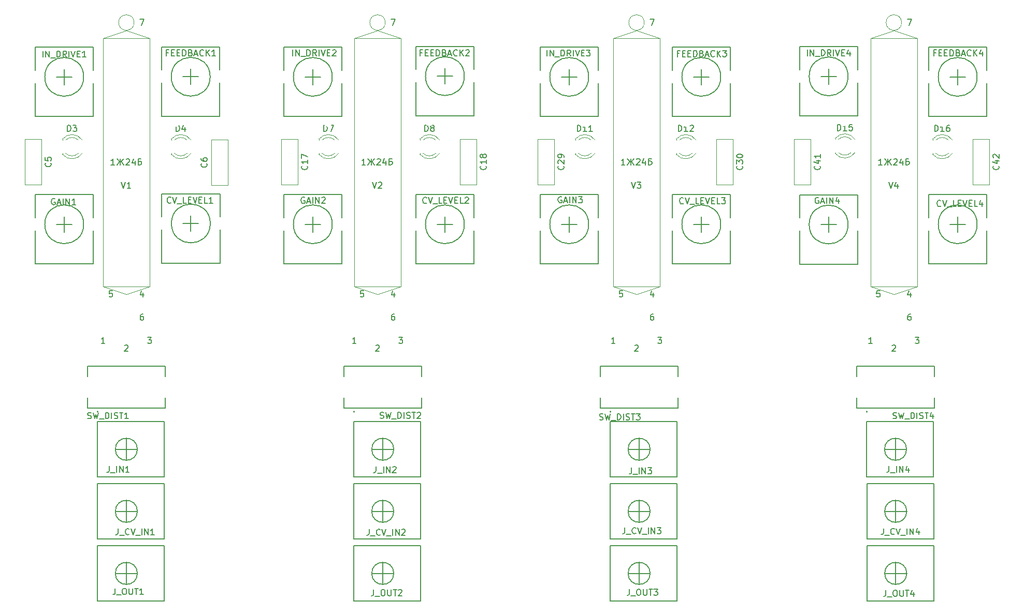
<source format=gto>
G04 #@! TF.GenerationSoftware,KiCad,Pcbnew,(5.1.6-0-10_14)*
G04 #@! TF.CreationDate,2022-01-03T23:35:25+00:00*
G04 #@! TF.ProjectId,Quad Tube VCA,51756164-2054-4756-9265-205643412e6b,rev?*
G04 #@! TF.SameCoordinates,Original*
G04 #@! TF.FileFunction,Legend,Top*
G04 #@! TF.FilePolarity,Positive*
%FSLAX46Y46*%
G04 Gerber Fmt 4.6, Leading zero omitted, Abs format (unit mm)*
G04 Created by KiCad (PCBNEW (5.1.6-0-10_14)) date 2022-01-03 23:35:25*
%MOMM*%
%LPD*%
G01*
G04 APERTURE LIST*
%ADD10C,0.150000*%
%ADD11C,0.120000*%
%ADD12C,0.127000*%
%ADD13C,0.200000*%
%ADD14C,1.700000*%
%ADD15R,1.700000X1.700000*%
%ADD16C,1.900000*%
%ADD17R,1.900000X1.900000*%
%ADD18C,2.875000*%
%ADD19R,2.875000X2.875000*%
%ADD20C,2.100000*%
%ADD21C,1.400000*%
%ADD22C,1.540000*%
%ADD23O,1.800000X1.800000*%
%ADD24R,1.800000X1.800000*%
G04 APERTURE END LIST*
D10*
X208641428Y-71572380D02*
X208070000Y-71572380D01*
X208355714Y-71572380D02*
X208355714Y-70572380D01*
X208260476Y-70715238D01*
X208165238Y-70810476D01*
X208070000Y-70858095D01*
X209450952Y-71000952D02*
X209022380Y-71572380D01*
X209593809Y-71572380D02*
X209593809Y-70572380D01*
X209593809Y-71143809D02*
X209022380Y-70572380D01*
X210165238Y-71572380D02*
X209736666Y-71000952D01*
X210165238Y-70572380D02*
X209593809Y-71143809D01*
X210546190Y-70667619D02*
X210593809Y-70620000D01*
X210689047Y-70572380D01*
X210927142Y-70572380D01*
X211022380Y-70620000D01*
X211070000Y-70667619D01*
X211117619Y-70762857D01*
X211117619Y-70858095D01*
X211070000Y-71000952D01*
X210498571Y-71572380D01*
X211117619Y-71572380D01*
X211974761Y-70905714D02*
X211974761Y-71572380D01*
X211736666Y-70524761D02*
X211498571Y-71239047D01*
X212117619Y-71239047D01*
X212974761Y-70572380D02*
X212498571Y-70572380D01*
X212498571Y-71572380D01*
X212784285Y-71572380D01*
X212927142Y-71524761D01*
X213022380Y-71429523D01*
X213070000Y-71334285D01*
X213070000Y-71191428D01*
X213022380Y-71096190D01*
X212927142Y-71000952D01*
X212784285Y-70953333D01*
X212498571Y-70953333D01*
X166571428Y-71552380D02*
X166000000Y-71552380D01*
X166285714Y-71552380D02*
X166285714Y-70552380D01*
X166190476Y-70695238D01*
X166095238Y-70790476D01*
X166000000Y-70838095D01*
X167380952Y-70980952D02*
X166952380Y-71552380D01*
X167523809Y-71552380D02*
X167523809Y-70552380D01*
X167523809Y-71123809D02*
X166952380Y-70552380D01*
X168095238Y-71552380D02*
X167666666Y-70980952D01*
X168095238Y-70552380D02*
X167523809Y-71123809D01*
X168476190Y-70647619D02*
X168523809Y-70600000D01*
X168619047Y-70552380D01*
X168857142Y-70552380D01*
X168952380Y-70600000D01*
X169000000Y-70647619D01*
X169047619Y-70742857D01*
X169047619Y-70838095D01*
X169000000Y-70980952D01*
X168428571Y-71552380D01*
X169047619Y-71552380D01*
X169904761Y-70885714D02*
X169904761Y-71552380D01*
X169666666Y-70504761D02*
X169428571Y-71219047D01*
X170047619Y-71219047D01*
X170904761Y-70552380D02*
X170428571Y-70552380D01*
X170428571Y-71552380D01*
X170714285Y-71552380D01*
X170857142Y-71504761D01*
X170952380Y-71409523D01*
X171000000Y-71314285D01*
X171000000Y-71171428D01*
X170952380Y-71076190D01*
X170857142Y-70980952D01*
X170714285Y-70933333D01*
X170428571Y-70933333D01*
X124161428Y-71562380D02*
X123590000Y-71562380D01*
X123875714Y-71562380D02*
X123875714Y-70562380D01*
X123780476Y-70705238D01*
X123685238Y-70800476D01*
X123590000Y-70848095D01*
X124970952Y-70990952D02*
X124542380Y-71562380D01*
X125113809Y-71562380D02*
X125113809Y-70562380D01*
X125113809Y-71133809D02*
X124542380Y-70562380D01*
X125685238Y-71562380D02*
X125256666Y-70990952D01*
X125685238Y-70562380D02*
X125113809Y-71133809D01*
X126066190Y-70657619D02*
X126113809Y-70610000D01*
X126209047Y-70562380D01*
X126447142Y-70562380D01*
X126542380Y-70610000D01*
X126590000Y-70657619D01*
X126637619Y-70752857D01*
X126637619Y-70848095D01*
X126590000Y-70990952D01*
X126018571Y-71562380D01*
X126637619Y-71562380D01*
X127494761Y-70895714D02*
X127494761Y-71562380D01*
X127256666Y-70514761D02*
X127018571Y-71229047D01*
X127637619Y-71229047D01*
X128494761Y-70562380D02*
X128018571Y-70562380D01*
X128018571Y-71562380D01*
X128304285Y-71562380D01*
X128447142Y-71514761D01*
X128542380Y-71419523D01*
X128590000Y-71324285D01*
X128590000Y-71181428D01*
X128542380Y-71086190D01*
X128447142Y-70990952D01*
X128304285Y-70943333D01*
X128018571Y-70943333D01*
X83161428Y-71572380D02*
X82590000Y-71572380D01*
X82875714Y-71572380D02*
X82875714Y-70572380D01*
X82780476Y-70715238D01*
X82685238Y-70810476D01*
X82590000Y-70858095D01*
X83970952Y-71000952D02*
X83542380Y-71572380D01*
X84113809Y-71572380D02*
X84113809Y-70572380D01*
X84113809Y-71143809D02*
X83542380Y-70572380D01*
X84685238Y-71572380D02*
X84256666Y-71000952D01*
X84685238Y-70572380D02*
X84113809Y-71143809D01*
X85066190Y-70667619D02*
X85113809Y-70620000D01*
X85209047Y-70572380D01*
X85447142Y-70572380D01*
X85542380Y-70620000D01*
X85590000Y-70667619D01*
X85637619Y-70762857D01*
X85637619Y-70858095D01*
X85590000Y-71000952D01*
X85018571Y-71572380D01*
X85637619Y-71572380D01*
X86494761Y-70905714D02*
X86494761Y-71572380D01*
X86256666Y-70524761D02*
X86018571Y-71239047D01*
X86637619Y-71239047D01*
X87494761Y-70572380D02*
X87018571Y-70572380D01*
X87018571Y-71572380D01*
X87304285Y-71572380D01*
X87447142Y-71524761D01*
X87542380Y-71429523D01*
X87590000Y-71334285D01*
X87590000Y-71191428D01*
X87542380Y-71096190D01*
X87447142Y-71000952D01*
X87304285Y-70953333D01*
X87018571Y-70953333D01*
D11*
X126153333Y-92710000D02*
X129963333Y-91440000D01*
X122343333Y-91440000D02*
X126153333Y-92710000D01*
X129963333Y-50800000D02*
X126153333Y-49530000D01*
X122343333Y-50800000D02*
X126153333Y-49530000D01*
X127423333Y-48260000D02*
G75*
G03*
X127423333Y-48260000I-1270000J0D01*
G01*
X122343333Y-50800000D02*
X122343333Y-91440000D01*
X123613333Y-50800000D02*
X122343333Y-50800000D01*
X129963333Y-50800000D02*
X123613333Y-50800000D01*
X129963333Y-91440000D02*
X129963333Y-50800000D01*
X122343333Y-91440000D02*
X129963333Y-91440000D01*
X85090000Y-92710000D02*
X88900000Y-91440000D01*
X81280000Y-91440000D02*
X85090000Y-92710000D01*
X88900000Y-50800000D02*
X85090000Y-49530000D01*
X81280000Y-50800000D02*
X85090000Y-49530000D01*
X86360000Y-48260000D02*
G75*
G03*
X86360000Y-48260000I-1270000J0D01*
G01*
X81280000Y-50800000D02*
X81280000Y-91440000D01*
X82550000Y-50800000D02*
X81280000Y-50800000D01*
X88900000Y-50800000D02*
X82550000Y-50800000D01*
X88900000Y-91440000D02*
X88900000Y-50800000D01*
X81280000Y-91440000D02*
X88900000Y-91440000D01*
X210550000Y-92710000D02*
X214360000Y-91440000D01*
X206740000Y-91440000D02*
X210550000Y-92710000D01*
X214360000Y-50800000D02*
X210550000Y-49530000D01*
X206740000Y-50800000D02*
X210550000Y-49530000D01*
X211820000Y-48260000D02*
G75*
G03*
X211820000Y-48260000I-1270000J0D01*
G01*
X206740000Y-50800000D02*
X206740000Y-91440000D01*
X208010000Y-50800000D02*
X206740000Y-50800000D01*
X214360000Y-50800000D02*
X208010000Y-50800000D01*
X214360000Y-91440000D02*
X214360000Y-50800000D01*
X206740000Y-91440000D02*
X214360000Y-91440000D01*
X168486666Y-92710000D02*
X172296666Y-91440000D01*
X164676666Y-91440000D02*
X168486666Y-92710000D01*
X172296666Y-50800000D02*
X168486666Y-49530000D01*
X164676666Y-50800000D02*
X168486666Y-49530000D01*
X169756666Y-48260000D02*
G75*
G03*
X169756666Y-48260000I-1270000J0D01*
G01*
X164676666Y-50800000D02*
X164676666Y-91440000D01*
X165946666Y-50800000D02*
X164676666Y-50800000D01*
X172296666Y-50800000D02*
X165946666Y-50800000D01*
X172296666Y-91440000D02*
X172296666Y-50800000D01*
X164676666Y-91440000D02*
X172296666Y-91440000D01*
D12*
X204470000Y-104520000D02*
X217170000Y-104520000D01*
X217170000Y-104520000D02*
X217170000Y-106240000D01*
X217170000Y-109660000D02*
X217170000Y-111380000D01*
X217170000Y-111380000D02*
X204470000Y-111380000D01*
X204470000Y-104520000D02*
X204470000Y-106240000D01*
X204470000Y-109660000D02*
X204470000Y-111380000D01*
D13*
X206220000Y-111950000D02*
G75*
G03*
X206220000Y-111950000I-100000J0D01*
G01*
D12*
X162560000Y-104520000D02*
X175260000Y-104520000D01*
X175260000Y-104520000D02*
X175260000Y-106240000D01*
X175260000Y-109660000D02*
X175260000Y-111380000D01*
X175260000Y-111380000D02*
X162560000Y-111380000D01*
X162560000Y-104520000D02*
X162560000Y-106240000D01*
X162560000Y-109660000D02*
X162560000Y-111380000D01*
D13*
X164310000Y-111950000D02*
G75*
G03*
X164310000Y-111950000I-100000J0D01*
G01*
D12*
X120650000Y-104520000D02*
X133350000Y-104520000D01*
X133350000Y-104520000D02*
X133350000Y-106240000D01*
X133350000Y-109660000D02*
X133350000Y-111380000D01*
X133350000Y-111380000D02*
X120650000Y-111380000D01*
X120650000Y-104520000D02*
X120650000Y-106240000D01*
X120650000Y-109660000D02*
X120650000Y-111380000D01*
D13*
X122400000Y-111950000D02*
G75*
G03*
X122400000Y-111950000I-100000J0D01*
G01*
D12*
X78740000Y-104520000D02*
X91440000Y-104520000D01*
X91440000Y-104520000D02*
X91440000Y-106240000D01*
X91440000Y-109660000D02*
X91440000Y-111380000D01*
X91440000Y-111380000D02*
X78740000Y-111380000D01*
X78740000Y-104520000D02*
X78740000Y-106240000D01*
X78740000Y-109660000D02*
X78740000Y-111380000D01*
D13*
X80490000Y-111950000D02*
G75*
G03*
X80490000Y-111950000I-100000J0D01*
G01*
D10*
X198610000Y-57070000D02*
X201150000Y-57070000D01*
X199880000Y-55800000D02*
X199880000Y-58340000D01*
X203055000Y-57070000D02*
G75*
G03*
X203055000Y-57070000I-3175000J0D01*
G01*
X195130000Y-52220000D02*
X195130000Y-63570000D01*
X204630000Y-52220000D02*
X204630000Y-63570000D01*
X195130000Y-63570000D02*
X204630000Y-63570000D01*
X195130000Y-52220000D02*
X204630000Y-52220000D01*
X156210000Y-57150000D02*
X158750000Y-57150000D01*
X157480000Y-55880000D02*
X157480000Y-58420000D01*
X160655000Y-57150000D02*
G75*
G03*
X160655000Y-57150000I-3175000J0D01*
G01*
X152730000Y-52300000D02*
X152730000Y-63650000D01*
X162230000Y-52300000D02*
X162230000Y-63650000D01*
X152730000Y-63650000D02*
X162230000Y-63650000D01*
X152730000Y-52300000D02*
X162230000Y-52300000D01*
X114300000Y-57150000D02*
X116840000Y-57150000D01*
X115570000Y-55880000D02*
X115570000Y-58420000D01*
X118745000Y-57150000D02*
G75*
G03*
X118745000Y-57150000I-3175000J0D01*
G01*
X110820000Y-52300000D02*
X110820000Y-63650000D01*
X120320000Y-52300000D02*
X120320000Y-63650000D01*
X110820000Y-63650000D02*
X120320000Y-63650000D01*
X110820000Y-52300000D02*
X120320000Y-52300000D01*
X73660000Y-57150000D02*
X76200000Y-57150000D01*
X74930000Y-55880000D02*
X74930000Y-58420000D01*
X78105000Y-57150000D02*
G75*
G03*
X78105000Y-57150000I-3175000J0D01*
G01*
X70180000Y-52300000D02*
X70180000Y-63650000D01*
X79680000Y-52300000D02*
X79680000Y-63650000D01*
X70180000Y-63650000D02*
X79680000Y-63650000D01*
X70180000Y-52300000D02*
X79680000Y-52300000D01*
X198610000Y-81320000D02*
X201150000Y-81320000D01*
X199880000Y-80050000D02*
X199880000Y-82590000D01*
X203055000Y-81320000D02*
G75*
G03*
X203055000Y-81320000I-3175000J0D01*
G01*
X195130000Y-76470000D02*
X195130000Y-87820000D01*
X204630000Y-76470000D02*
X204630000Y-87820000D01*
X195130000Y-87820000D02*
X204630000Y-87820000D01*
X195130000Y-76470000D02*
X204630000Y-76470000D01*
X156210000Y-81280000D02*
X158750000Y-81280000D01*
X157480000Y-80010000D02*
X157480000Y-82550000D01*
X160655000Y-81280000D02*
G75*
G03*
X160655000Y-81280000I-3175000J0D01*
G01*
X152730000Y-76430000D02*
X152730000Y-87780000D01*
X162230000Y-76430000D02*
X162230000Y-87780000D01*
X152730000Y-87780000D02*
X162230000Y-87780000D01*
X152730000Y-76430000D02*
X162230000Y-76430000D01*
X114300000Y-81280000D02*
X116840000Y-81280000D01*
X115570000Y-80010000D02*
X115570000Y-82550000D01*
X118745000Y-81280000D02*
G75*
G03*
X118745000Y-81280000I-3175000J0D01*
G01*
X110820000Y-76430000D02*
X110820000Y-87780000D01*
X120320000Y-76430000D02*
X120320000Y-87780000D01*
X110820000Y-87780000D02*
X120320000Y-87780000D01*
X110820000Y-76430000D02*
X120320000Y-76430000D01*
X73660000Y-81280000D02*
X76200000Y-81280000D01*
X74930000Y-80010000D02*
X74930000Y-82550000D01*
X78105000Y-81280000D02*
G75*
G03*
X78105000Y-81280000I-3175000J0D01*
G01*
X70180000Y-76430000D02*
X70180000Y-87780000D01*
X79680000Y-76430000D02*
X79680000Y-87780000D01*
X70180000Y-87780000D02*
X79680000Y-87780000D01*
X70180000Y-76430000D02*
X79680000Y-76430000D01*
X219710000Y-57150000D02*
X222250000Y-57150000D01*
X220980000Y-55880000D02*
X220980000Y-58420000D01*
X224155000Y-57150000D02*
G75*
G03*
X224155000Y-57150000I-3175000J0D01*
G01*
X216230000Y-52300000D02*
X216230000Y-63650000D01*
X225730000Y-52300000D02*
X225730000Y-63650000D01*
X216230000Y-63650000D02*
X225730000Y-63650000D01*
X216230000Y-52300000D02*
X225730000Y-52300000D01*
X177800000Y-57150000D02*
X180340000Y-57150000D01*
X179070000Y-55880000D02*
X179070000Y-58420000D01*
X182245000Y-57150000D02*
G75*
G03*
X182245000Y-57150000I-3175000J0D01*
G01*
X174320000Y-52300000D02*
X174320000Y-63650000D01*
X183820000Y-52300000D02*
X183820000Y-63650000D01*
X174320000Y-63650000D02*
X183820000Y-63650000D01*
X174320000Y-52300000D02*
X183820000Y-52300000D01*
X135890000Y-57030000D02*
X138430000Y-57030000D01*
X137160000Y-55760000D02*
X137160000Y-58300000D01*
X140335000Y-57030000D02*
G75*
G03*
X140335000Y-57030000I-3175000J0D01*
G01*
X132410000Y-52180000D02*
X132410000Y-63530000D01*
X141910000Y-52180000D02*
X141910000Y-63530000D01*
X132410000Y-63530000D02*
X141910000Y-63530000D01*
X132410000Y-52180000D02*
X141910000Y-52180000D01*
X94340000Y-57130000D02*
X96880000Y-57130000D01*
X95610000Y-55860000D02*
X95610000Y-58400000D01*
X98785000Y-57130000D02*
G75*
G03*
X98785000Y-57130000I-3175000J0D01*
G01*
X90860000Y-52280000D02*
X90860000Y-63630000D01*
X100360000Y-52280000D02*
X100360000Y-63630000D01*
X90860000Y-63630000D02*
X100360000Y-63630000D01*
X90860000Y-52280000D02*
X100360000Y-52280000D01*
X219710000Y-81280000D02*
X222250000Y-81280000D01*
X220980000Y-80010000D02*
X220980000Y-82550000D01*
X224155000Y-81280000D02*
G75*
G03*
X224155000Y-81280000I-3175000J0D01*
G01*
X216230000Y-76430000D02*
X216230000Y-87780000D01*
X225730000Y-76430000D02*
X225730000Y-87780000D01*
X216230000Y-87780000D02*
X225730000Y-87780000D01*
X216230000Y-76430000D02*
X225730000Y-76430000D01*
X177800000Y-81280000D02*
X180340000Y-81280000D01*
X179070000Y-80010000D02*
X179070000Y-82550000D01*
X182245000Y-81280000D02*
G75*
G03*
X182245000Y-81280000I-3175000J0D01*
G01*
X174320000Y-76430000D02*
X174320000Y-87780000D01*
X183820000Y-76430000D02*
X183820000Y-87780000D01*
X174320000Y-87780000D02*
X183820000Y-87780000D01*
X174320000Y-76430000D02*
X183820000Y-76430000D01*
X135890000Y-81280000D02*
X138430000Y-81280000D01*
X137160000Y-80010000D02*
X137160000Y-82550000D01*
X140335000Y-81280000D02*
G75*
G03*
X140335000Y-81280000I-3175000J0D01*
G01*
X132410000Y-76430000D02*
X132410000Y-87780000D01*
X141910000Y-76430000D02*
X141910000Y-87780000D01*
X132410000Y-87780000D02*
X141910000Y-87780000D01*
X132410000Y-76430000D02*
X141910000Y-76430000D01*
X94361000Y-81153000D02*
X96901000Y-81153000D01*
X95631000Y-79883000D02*
X95631000Y-82423000D01*
X98806000Y-81153000D02*
G75*
G03*
X98806000Y-81153000I-3175000J0D01*
G01*
X90881000Y-76303000D02*
X90881000Y-87653000D01*
X100381000Y-76303000D02*
X100381000Y-87653000D01*
X90881000Y-87653000D02*
X100381000Y-87653000D01*
X90881000Y-76303000D02*
X100381000Y-76303000D01*
X210850000Y-136630000D02*
X210850000Y-140230000D01*
X212650000Y-138430000D02*
X209050000Y-138430000D01*
X212650000Y-138430000D02*
G75*
G03*
X212650000Y-138430000I-1800000J0D01*
G01*
X217050000Y-142930000D02*
X206150000Y-142930000D01*
X217050000Y-133930000D02*
X206150000Y-133930000D01*
X206150000Y-133930000D02*
X206150000Y-142930000D01*
X217050000Y-133930000D02*
X217050000Y-142930000D01*
X168910000Y-136630000D02*
X168910000Y-140230000D01*
X170710000Y-138430000D02*
X167110000Y-138430000D01*
X170710000Y-138430000D02*
G75*
G03*
X170710000Y-138430000I-1800000J0D01*
G01*
X175110000Y-142930000D02*
X164210000Y-142930000D01*
X175110000Y-133930000D02*
X164210000Y-133930000D01*
X164210000Y-133930000D02*
X164210000Y-142930000D01*
X175110000Y-133930000D02*
X175110000Y-142930000D01*
X127000000Y-136630000D02*
X127000000Y-140230000D01*
X128800000Y-138430000D02*
X125200000Y-138430000D01*
X128800000Y-138430000D02*
G75*
G03*
X128800000Y-138430000I-1800000J0D01*
G01*
X133200000Y-142930000D02*
X122300000Y-142930000D01*
X133200000Y-133930000D02*
X122300000Y-133930000D01*
X122300000Y-133930000D02*
X122300000Y-142930000D01*
X133200000Y-133930000D02*
X133200000Y-142930000D01*
X85090000Y-136630000D02*
X85090000Y-140230000D01*
X86890000Y-138430000D02*
X83290000Y-138430000D01*
X86890000Y-138430000D02*
G75*
G03*
X86890000Y-138430000I-1800000J0D01*
G01*
X91290000Y-142930000D02*
X80390000Y-142930000D01*
X91290000Y-133930000D02*
X80390000Y-133930000D01*
X80390000Y-133930000D02*
X80390000Y-142930000D01*
X91290000Y-133930000D02*
X91290000Y-142930000D01*
X210820000Y-116310000D02*
X210820000Y-119910000D01*
X212620000Y-118110000D02*
X209020000Y-118110000D01*
X212620000Y-118110000D02*
G75*
G03*
X212620000Y-118110000I-1800000J0D01*
G01*
X217020000Y-122610000D02*
X206120000Y-122610000D01*
X217020000Y-113610000D02*
X206120000Y-113610000D01*
X206120000Y-113610000D02*
X206120000Y-122610000D01*
X217020000Y-113610000D02*
X217020000Y-122610000D01*
X168910000Y-116310000D02*
X168910000Y-119910000D01*
X170710000Y-118110000D02*
X167110000Y-118110000D01*
X170710000Y-118110000D02*
G75*
G03*
X170710000Y-118110000I-1800000J0D01*
G01*
X175110000Y-122610000D02*
X164210000Y-122610000D01*
X175110000Y-113610000D02*
X164210000Y-113610000D01*
X164210000Y-113610000D02*
X164210000Y-122610000D01*
X175110000Y-113610000D02*
X175110000Y-122610000D01*
X127000000Y-116310000D02*
X127000000Y-119910000D01*
X128800000Y-118110000D02*
X125200000Y-118110000D01*
X128800000Y-118110000D02*
G75*
G03*
X128800000Y-118110000I-1800000J0D01*
G01*
X133200000Y-122610000D02*
X122300000Y-122610000D01*
X133200000Y-113610000D02*
X122300000Y-113610000D01*
X122300000Y-113610000D02*
X122300000Y-122610000D01*
X133200000Y-113610000D02*
X133200000Y-122610000D01*
X85090000Y-116310000D02*
X85090000Y-119910000D01*
X86890000Y-118110000D02*
X83290000Y-118110000D01*
X86890000Y-118110000D02*
G75*
G03*
X86890000Y-118110000I-1800000J0D01*
G01*
X91290000Y-122610000D02*
X80390000Y-122610000D01*
X91290000Y-113610000D02*
X80390000Y-113610000D01*
X80390000Y-113610000D02*
X80390000Y-122610000D01*
X91290000Y-113610000D02*
X91290000Y-122610000D01*
X210850000Y-126470000D02*
X210850000Y-130070000D01*
X212650000Y-128270000D02*
X209050000Y-128270000D01*
X212650000Y-128270000D02*
G75*
G03*
X212650000Y-128270000I-1800000J0D01*
G01*
X217050000Y-132770000D02*
X206150000Y-132770000D01*
X217050000Y-123770000D02*
X206150000Y-123770000D01*
X206150000Y-123770000D02*
X206150000Y-132770000D01*
X217050000Y-123770000D02*
X217050000Y-132770000D01*
X168910000Y-126470000D02*
X168910000Y-130070000D01*
X170710000Y-128270000D02*
X167110000Y-128270000D01*
X170710000Y-128270000D02*
G75*
G03*
X170710000Y-128270000I-1800000J0D01*
G01*
X175110000Y-132770000D02*
X164210000Y-132770000D01*
X175110000Y-123770000D02*
X164210000Y-123770000D01*
X164210000Y-123770000D02*
X164210000Y-132770000D01*
X175110000Y-123770000D02*
X175110000Y-132770000D01*
X127000000Y-126470000D02*
X127000000Y-130070000D01*
X128800000Y-128270000D02*
X125200000Y-128270000D01*
X128800000Y-128270000D02*
G75*
G03*
X128800000Y-128270000I-1800000J0D01*
G01*
X133200000Y-132770000D02*
X122300000Y-132770000D01*
X133200000Y-123770000D02*
X122300000Y-123770000D01*
X122300000Y-123770000D02*
X122300000Y-132770000D01*
X133200000Y-123770000D02*
X133200000Y-132770000D01*
X85090000Y-126470000D02*
X85090000Y-130070000D01*
X86890000Y-128270000D02*
X83290000Y-128270000D01*
X86890000Y-128270000D02*
G75*
G03*
X86890000Y-128270000I-1800000J0D01*
G01*
X91290000Y-132770000D02*
X80390000Y-132770000D01*
X91290000Y-123770000D02*
X80390000Y-123770000D01*
X80390000Y-123770000D02*
X80390000Y-132770000D01*
X91290000Y-123770000D02*
X91290000Y-132770000D01*
D11*
X216880000Y-67344000D02*
X216880000Y-67500000D01*
X216880000Y-69660000D02*
X216880000Y-69816000D01*
X219481130Y-69659837D02*
G75*
G02*
X217399039Y-69660000I-1041130J1079837D01*
G01*
X219481130Y-67500163D02*
G75*
G03*
X217399039Y-67500000I-1041130J-1079837D01*
G01*
X220112335Y-69658608D02*
G75*
G02*
X216880000Y-69815516I-1672335J1078608D01*
G01*
X220112335Y-67501392D02*
G75*
G03*
X216880000Y-67344484I-1672335J-1078608D01*
G01*
X200960000Y-67224000D02*
X200960000Y-67380000D01*
X200960000Y-69540000D02*
X200960000Y-69696000D01*
X203561130Y-69539837D02*
G75*
G02*
X201479039Y-69540000I-1041130J1079837D01*
G01*
X203561130Y-67380163D02*
G75*
G03*
X201479039Y-67380000I-1041130J-1079837D01*
G01*
X204192335Y-69538608D02*
G75*
G02*
X200960000Y-69695516I-1672335J1078608D01*
G01*
X204192335Y-67381392D02*
G75*
G03*
X200960000Y-67224484I-1672335J-1078608D01*
G01*
X174970000Y-67344000D02*
X174970000Y-67500000D01*
X174970000Y-69660000D02*
X174970000Y-69816000D01*
X177571130Y-69659837D02*
G75*
G02*
X175489039Y-69660000I-1041130J1079837D01*
G01*
X177571130Y-67500163D02*
G75*
G03*
X175489039Y-67500000I-1041130J-1079837D01*
G01*
X178202335Y-69658608D02*
G75*
G02*
X174970000Y-69815516I-1672335J1078608D01*
G01*
X178202335Y-67501392D02*
G75*
G03*
X174970000Y-67344484I-1672335J-1078608D01*
G01*
X158460000Y-67344000D02*
X158460000Y-67500000D01*
X158460000Y-69660000D02*
X158460000Y-69816000D01*
X161061130Y-69659837D02*
G75*
G02*
X158979039Y-69660000I-1041130J1079837D01*
G01*
X161061130Y-67500163D02*
G75*
G03*
X158979039Y-67500000I-1041130J-1079837D01*
G01*
X161692335Y-69658608D02*
G75*
G02*
X158460000Y-69815516I-1672335J1078608D01*
G01*
X161692335Y-67501392D02*
G75*
G03*
X158460000Y-67344484I-1672335J-1078608D01*
G01*
X133060000Y-67344000D02*
X133060000Y-67500000D01*
X133060000Y-69660000D02*
X133060000Y-69816000D01*
X135661130Y-69659837D02*
G75*
G02*
X133579039Y-69660000I-1041130J1079837D01*
G01*
X135661130Y-67500163D02*
G75*
G03*
X133579039Y-67500000I-1041130J-1079837D01*
G01*
X136292335Y-69658608D02*
G75*
G02*
X133060000Y-69815516I-1672335J1078608D01*
G01*
X136292335Y-67501392D02*
G75*
G03*
X133060000Y-67344484I-1672335J-1078608D01*
G01*
X116550000Y-67344000D02*
X116550000Y-67500000D01*
X116550000Y-69660000D02*
X116550000Y-69816000D01*
X119151130Y-69659837D02*
G75*
G02*
X117069039Y-69660000I-1041130J1079837D01*
G01*
X119151130Y-67500163D02*
G75*
G03*
X117069039Y-67500000I-1041130J-1079837D01*
G01*
X119782335Y-69658608D02*
G75*
G02*
X116550000Y-69815516I-1672335J1078608D01*
G01*
X119782335Y-67501392D02*
G75*
G03*
X116550000Y-67344484I-1672335J-1078608D01*
G01*
X92420000Y-67344000D02*
X92420000Y-67500000D01*
X92420000Y-69660000D02*
X92420000Y-69816000D01*
X95021130Y-69659837D02*
G75*
G02*
X92939039Y-69660000I-1041130J1079837D01*
G01*
X95021130Y-67500163D02*
G75*
G03*
X92939039Y-67500000I-1041130J-1079837D01*
G01*
X95652335Y-69658608D02*
G75*
G02*
X92420000Y-69815516I-1672335J1078608D01*
G01*
X95652335Y-67501392D02*
G75*
G03*
X92420000Y-67344484I-1672335J-1078608D01*
G01*
X74640000Y-67344000D02*
X74640000Y-67500000D01*
X74640000Y-69660000D02*
X74640000Y-69816000D01*
X77241130Y-69659837D02*
G75*
G02*
X75159039Y-69660000I-1041130J1079837D01*
G01*
X77241130Y-67500163D02*
G75*
G03*
X75159039Y-67500000I-1041130J-1079837D01*
G01*
X77872335Y-69658608D02*
G75*
G02*
X74640000Y-69815516I-1672335J1078608D01*
G01*
X77872335Y-67501392D02*
G75*
G03*
X74640000Y-67344484I-1672335J-1078608D01*
G01*
X226160000Y-67360000D02*
X226160000Y-74800000D01*
X223420000Y-67360000D02*
X223420000Y-74800000D01*
X226160000Y-67360000D02*
X223420000Y-67360000D01*
X226160000Y-74800000D02*
X223420000Y-74800000D01*
X196950000Y-67360000D02*
X196950000Y-74800000D01*
X194210000Y-67360000D02*
X194210000Y-74800000D01*
X196950000Y-67360000D02*
X194210000Y-67360000D01*
X196950000Y-74800000D02*
X194210000Y-74800000D01*
X184250000Y-67360000D02*
X184250000Y-74800000D01*
X181510000Y-67360000D02*
X181510000Y-74800000D01*
X184250000Y-67360000D02*
X181510000Y-67360000D01*
X184250000Y-74800000D02*
X181510000Y-74800000D01*
X155040000Y-67360000D02*
X155040000Y-74800000D01*
X152300000Y-67360000D02*
X152300000Y-74800000D01*
X155040000Y-67360000D02*
X152300000Y-67360000D01*
X155040000Y-74800000D02*
X152300000Y-74800000D01*
X142340000Y-67360000D02*
X142340000Y-74800000D01*
X139600000Y-67360000D02*
X139600000Y-74800000D01*
X142340000Y-67360000D02*
X139600000Y-67360000D01*
X142340000Y-74800000D02*
X139600000Y-74800000D01*
X113130000Y-67360000D02*
X113130000Y-74800000D01*
X110390000Y-67360000D02*
X110390000Y-74800000D01*
X113130000Y-67360000D02*
X110390000Y-67360000D01*
X113130000Y-74800000D02*
X110390000Y-74800000D01*
X98960000Y-74880000D02*
X98960000Y-67440000D01*
X101700000Y-74880000D02*
X101700000Y-67440000D01*
X98960000Y-74880000D02*
X101700000Y-74880000D01*
X98960000Y-67440000D02*
X101700000Y-67440000D01*
X71220000Y-67360000D02*
X71220000Y-74800000D01*
X68480000Y-67360000D02*
X68480000Y-74800000D01*
X71220000Y-67360000D02*
X68480000Y-67360000D01*
X71220000Y-74800000D02*
X68480000Y-74800000D01*
D10*
X125343809Y-74382380D02*
X125677142Y-75382380D01*
X126010475Y-74382380D01*
X126296190Y-74477619D02*
X126343809Y-74430000D01*
X126439047Y-74382380D01*
X126677142Y-74382380D01*
X126772380Y-74430000D01*
X126819999Y-74477619D01*
X126867618Y-74572857D01*
X126867618Y-74668095D01*
X126819999Y-74810952D01*
X126248571Y-75382380D01*
X126867618Y-75382380D01*
X128359999Y-47712380D02*
X129026666Y-47712380D01*
X128598094Y-48712380D01*
X128883809Y-95972380D02*
X128693333Y-95972380D01*
X128598094Y-96020000D01*
X128550475Y-96067619D01*
X128455237Y-96210476D01*
X128407618Y-96400952D01*
X128407618Y-96781904D01*
X128455237Y-96877142D01*
X128502856Y-96924761D01*
X128598094Y-96972380D01*
X128788571Y-96972380D01*
X128883809Y-96924761D01*
X128931428Y-96877142D01*
X128979047Y-96781904D01*
X128979047Y-96543809D01*
X128931428Y-96448571D01*
X128883809Y-96400952D01*
X128788571Y-96353333D01*
X128598094Y-96353333D01*
X128502856Y-96400952D01*
X128455237Y-96448571D01*
X128407618Y-96543809D01*
X128883809Y-92495714D02*
X128883809Y-93162380D01*
X128645713Y-92114761D02*
X128407618Y-92829047D01*
X129026666Y-92829047D01*
X123851428Y-92162380D02*
X123375237Y-92162380D01*
X123327618Y-92638571D01*
X123375237Y-92590952D01*
X123470475Y-92543333D01*
X123708571Y-92543333D01*
X123803809Y-92590952D01*
X123851428Y-92638571D01*
X123899047Y-92733809D01*
X123899047Y-92971904D01*
X123851428Y-93067142D01*
X123803809Y-93114761D01*
X123708571Y-93162380D01*
X123470475Y-93162380D01*
X123375237Y-93114761D01*
X123327618Y-93067142D01*
X129629999Y-99782380D02*
X130249047Y-99782380D01*
X129915713Y-100163333D01*
X130058571Y-100163333D01*
X130153809Y-100210952D01*
X130201428Y-100258571D01*
X130249047Y-100353809D01*
X130249047Y-100591904D01*
X130201428Y-100687142D01*
X130153809Y-100734761D01*
X130058571Y-100782380D01*
X129772856Y-100782380D01*
X129677618Y-100734761D01*
X129629999Y-100687142D01*
X125867618Y-101147619D02*
X125915237Y-101100000D01*
X126010475Y-101052380D01*
X126248571Y-101052380D01*
X126343809Y-101100000D01*
X126391428Y-101147619D01*
X126439047Y-101242857D01*
X126439047Y-101338095D01*
X126391428Y-101480952D01*
X125819999Y-102052380D01*
X126439047Y-102052380D01*
X122629047Y-100782380D02*
X122057618Y-100782380D01*
X122343333Y-100782380D02*
X122343333Y-99782380D01*
X122248094Y-99925238D01*
X122152856Y-100020476D01*
X122057618Y-100068095D01*
X84280476Y-74382380D02*
X84613809Y-75382380D01*
X84947142Y-74382380D01*
X85804285Y-75382380D02*
X85232857Y-75382380D01*
X85518571Y-75382380D02*
X85518571Y-74382380D01*
X85423333Y-74525238D01*
X85328095Y-74620476D01*
X85232857Y-74668095D01*
X87296666Y-47712380D02*
X87963333Y-47712380D01*
X87534761Y-48712380D01*
X87820476Y-95972380D02*
X87630000Y-95972380D01*
X87534761Y-96020000D01*
X87487142Y-96067619D01*
X87391904Y-96210476D01*
X87344285Y-96400952D01*
X87344285Y-96781904D01*
X87391904Y-96877142D01*
X87439523Y-96924761D01*
X87534761Y-96972380D01*
X87725238Y-96972380D01*
X87820476Y-96924761D01*
X87868095Y-96877142D01*
X87915714Y-96781904D01*
X87915714Y-96543809D01*
X87868095Y-96448571D01*
X87820476Y-96400952D01*
X87725238Y-96353333D01*
X87534761Y-96353333D01*
X87439523Y-96400952D01*
X87391904Y-96448571D01*
X87344285Y-96543809D01*
X87820476Y-92495714D02*
X87820476Y-93162380D01*
X87582380Y-92114761D02*
X87344285Y-92829047D01*
X87963333Y-92829047D01*
X82788095Y-92162380D02*
X82311904Y-92162380D01*
X82264285Y-92638571D01*
X82311904Y-92590952D01*
X82407142Y-92543333D01*
X82645238Y-92543333D01*
X82740476Y-92590952D01*
X82788095Y-92638571D01*
X82835714Y-92733809D01*
X82835714Y-92971904D01*
X82788095Y-93067142D01*
X82740476Y-93114761D01*
X82645238Y-93162380D01*
X82407142Y-93162380D01*
X82311904Y-93114761D01*
X82264285Y-93067142D01*
X88566666Y-99782380D02*
X89185714Y-99782380D01*
X88852380Y-100163333D01*
X88995238Y-100163333D01*
X89090476Y-100210952D01*
X89138095Y-100258571D01*
X89185714Y-100353809D01*
X89185714Y-100591904D01*
X89138095Y-100687142D01*
X89090476Y-100734761D01*
X88995238Y-100782380D01*
X88709523Y-100782380D01*
X88614285Y-100734761D01*
X88566666Y-100687142D01*
X84804285Y-101147619D02*
X84851904Y-101100000D01*
X84947142Y-101052380D01*
X85185238Y-101052380D01*
X85280476Y-101100000D01*
X85328095Y-101147619D01*
X85375714Y-101242857D01*
X85375714Y-101338095D01*
X85328095Y-101480952D01*
X84756666Y-102052380D01*
X85375714Y-102052380D01*
X81565714Y-100782380D02*
X80994285Y-100782380D01*
X81280000Y-100782380D02*
X81280000Y-99782380D01*
X81184761Y-99925238D01*
X81089523Y-100020476D01*
X80994285Y-100068095D01*
X209740476Y-74382380D02*
X210073809Y-75382380D01*
X210407142Y-74382380D01*
X211169047Y-74715714D02*
X211169047Y-75382380D01*
X210930952Y-74334761D02*
X210692857Y-75049047D01*
X211311904Y-75049047D01*
X212756666Y-47712380D02*
X213423333Y-47712380D01*
X212994761Y-48712380D01*
X213280476Y-95972380D02*
X213090000Y-95972380D01*
X212994761Y-96020000D01*
X212947142Y-96067619D01*
X212851904Y-96210476D01*
X212804285Y-96400952D01*
X212804285Y-96781904D01*
X212851904Y-96877142D01*
X212899523Y-96924761D01*
X212994761Y-96972380D01*
X213185238Y-96972380D01*
X213280476Y-96924761D01*
X213328095Y-96877142D01*
X213375714Y-96781904D01*
X213375714Y-96543809D01*
X213328095Y-96448571D01*
X213280476Y-96400952D01*
X213185238Y-96353333D01*
X212994761Y-96353333D01*
X212899523Y-96400952D01*
X212851904Y-96448571D01*
X212804285Y-96543809D01*
X213280476Y-92495714D02*
X213280476Y-93162380D01*
X213042380Y-92114761D02*
X212804285Y-92829047D01*
X213423333Y-92829047D01*
X208248095Y-92162380D02*
X207771904Y-92162380D01*
X207724285Y-92638571D01*
X207771904Y-92590952D01*
X207867142Y-92543333D01*
X208105238Y-92543333D01*
X208200476Y-92590952D01*
X208248095Y-92638571D01*
X208295714Y-92733809D01*
X208295714Y-92971904D01*
X208248095Y-93067142D01*
X208200476Y-93114761D01*
X208105238Y-93162380D01*
X207867142Y-93162380D01*
X207771904Y-93114761D01*
X207724285Y-93067142D01*
X214026666Y-99782380D02*
X214645714Y-99782380D01*
X214312380Y-100163333D01*
X214455238Y-100163333D01*
X214550476Y-100210952D01*
X214598095Y-100258571D01*
X214645714Y-100353809D01*
X214645714Y-100591904D01*
X214598095Y-100687142D01*
X214550476Y-100734761D01*
X214455238Y-100782380D01*
X214169523Y-100782380D01*
X214074285Y-100734761D01*
X214026666Y-100687142D01*
X210264285Y-101147619D02*
X210311904Y-101100000D01*
X210407142Y-101052380D01*
X210645238Y-101052380D01*
X210740476Y-101100000D01*
X210788095Y-101147619D01*
X210835714Y-101242857D01*
X210835714Y-101338095D01*
X210788095Y-101480952D01*
X210216666Y-102052380D01*
X210835714Y-102052380D01*
X207025714Y-100782380D02*
X206454285Y-100782380D01*
X206740000Y-100782380D02*
X206740000Y-99782380D01*
X206644761Y-99925238D01*
X206549523Y-100020476D01*
X206454285Y-100068095D01*
X167677142Y-74382380D02*
X168010475Y-75382380D01*
X168343808Y-74382380D01*
X168581904Y-74382380D02*
X169200951Y-74382380D01*
X168867618Y-74763333D01*
X169010475Y-74763333D01*
X169105713Y-74810952D01*
X169153332Y-74858571D01*
X169200951Y-74953809D01*
X169200951Y-75191904D01*
X169153332Y-75287142D01*
X169105713Y-75334761D01*
X169010475Y-75382380D01*
X168724761Y-75382380D01*
X168629523Y-75334761D01*
X168581904Y-75287142D01*
X170693332Y-47712380D02*
X171359999Y-47712380D01*
X170931427Y-48712380D01*
X171217142Y-95972380D02*
X171026666Y-95972380D01*
X170931427Y-96020000D01*
X170883808Y-96067619D01*
X170788570Y-96210476D01*
X170740951Y-96400952D01*
X170740951Y-96781904D01*
X170788570Y-96877142D01*
X170836189Y-96924761D01*
X170931427Y-96972380D01*
X171121904Y-96972380D01*
X171217142Y-96924761D01*
X171264761Y-96877142D01*
X171312380Y-96781904D01*
X171312380Y-96543809D01*
X171264761Y-96448571D01*
X171217142Y-96400952D01*
X171121904Y-96353333D01*
X170931427Y-96353333D01*
X170836189Y-96400952D01*
X170788570Y-96448571D01*
X170740951Y-96543809D01*
X171217142Y-92495714D02*
X171217142Y-93162380D01*
X170979046Y-92114761D02*
X170740951Y-92829047D01*
X171359999Y-92829047D01*
X166184761Y-92162380D02*
X165708570Y-92162380D01*
X165660951Y-92638571D01*
X165708570Y-92590952D01*
X165803808Y-92543333D01*
X166041904Y-92543333D01*
X166137142Y-92590952D01*
X166184761Y-92638571D01*
X166232380Y-92733809D01*
X166232380Y-92971904D01*
X166184761Y-93067142D01*
X166137142Y-93114761D01*
X166041904Y-93162380D01*
X165803808Y-93162380D01*
X165708570Y-93114761D01*
X165660951Y-93067142D01*
X171963332Y-99782380D02*
X172582380Y-99782380D01*
X172249046Y-100163333D01*
X172391904Y-100163333D01*
X172487142Y-100210952D01*
X172534761Y-100258571D01*
X172582380Y-100353809D01*
X172582380Y-100591904D01*
X172534761Y-100687142D01*
X172487142Y-100734761D01*
X172391904Y-100782380D01*
X172106189Y-100782380D01*
X172010951Y-100734761D01*
X171963332Y-100687142D01*
X168200951Y-101147619D02*
X168248570Y-101100000D01*
X168343808Y-101052380D01*
X168581904Y-101052380D01*
X168677142Y-101100000D01*
X168724761Y-101147619D01*
X168772380Y-101242857D01*
X168772380Y-101338095D01*
X168724761Y-101480952D01*
X168153332Y-102052380D01*
X168772380Y-102052380D01*
X164962380Y-100782380D02*
X164390951Y-100782380D01*
X164676666Y-100782380D02*
X164676666Y-99782380D01*
X164581427Y-99925238D01*
X164486189Y-100020476D01*
X164390951Y-100068095D01*
X210420476Y-113044761D02*
X210563333Y-113092380D01*
X210801428Y-113092380D01*
X210896666Y-113044761D01*
X210944285Y-112997142D01*
X210991904Y-112901904D01*
X210991904Y-112806666D01*
X210944285Y-112711428D01*
X210896666Y-112663809D01*
X210801428Y-112616190D01*
X210610952Y-112568571D01*
X210515714Y-112520952D01*
X210468095Y-112473333D01*
X210420476Y-112378095D01*
X210420476Y-112282857D01*
X210468095Y-112187619D01*
X210515714Y-112140000D01*
X210610952Y-112092380D01*
X210849047Y-112092380D01*
X210991904Y-112140000D01*
X211325238Y-112092380D02*
X211563333Y-113092380D01*
X211753809Y-112378095D01*
X211944285Y-113092380D01*
X212182380Y-112092380D01*
X212325238Y-113187619D02*
X213087142Y-113187619D01*
X213325238Y-113092380D02*
X213325238Y-112092380D01*
X213563333Y-112092380D01*
X213706190Y-112140000D01*
X213801428Y-112235238D01*
X213849047Y-112330476D01*
X213896666Y-112520952D01*
X213896666Y-112663809D01*
X213849047Y-112854285D01*
X213801428Y-112949523D01*
X213706190Y-113044761D01*
X213563333Y-113092380D01*
X213325238Y-113092380D01*
X214325238Y-113092380D02*
X214325238Y-112092380D01*
X214753809Y-113044761D02*
X214896666Y-113092380D01*
X215134761Y-113092380D01*
X215230000Y-113044761D01*
X215277619Y-112997142D01*
X215325238Y-112901904D01*
X215325238Y-112806666D01*
X215277619Y-112711428D01*
X215230000Y-112663809D01*
X215134761Y-112616190D01*
X214944285Y-112568571D01*
X214849047Y-112520952D01*
X214801428Y-112473333D01*
X214753809Y-112378095D01*
X214753809Y-112282857D01*
X214801428Y-112187619D01*
X214849047Y-112140000D01*
X214944285Y-112092380D01*
X215182380Y-112092380D01*
X215325238Y-112140000D01*
X215610952Y-112092380D02*
X216182380Y-112092380D01*
X215896666Y-113092380D02*
X215896666Y-112092380D01*
X216944285Y-112425714D02*
X216944285Y-113092380D01*
X216706190Y-112044761D02*
X216468095Y-112759047D01*
X217087142Y-112759047D01*
X162440476Y-113244761D02*
X162583333Y-113292380D01*
X162821428Y-113292380D01*
X162916666Y-113244761D01*
X162964285Y-113197142D01*
X163011904Y-113101904D01*
X163011904Y-113006666D01*
X162964285Y-112911428D01*
X162916666Y-112863809D01*
X162821428Y-112816190D01*
X162630952Y-112768571D01*
X162535714Y-112720952D01*
X162488095Y-112673333D01*
X162440476Y-112578095D01*
X162440476Y-112482857D01*
X162488095Y-112387619D01*
X162535714Y-112340000D01*
X162630952Y-112292380D01*
X162869047Y-112292380D01*
X163011904Y-112340000D01*
X163345238Y-112292380D02*
X163583333Y-113292380D01*
X163773809Y-112578095D01*
X163964285Y-113292380D01*
X164202380Y-112292380D01*
X164345238Y-113387619D02*
X165107142Y-113387619D01*
X165345238Y-113292380D02*
X165345238Y-112292380D01*
X165583333Y-112292380D01*
X165726190Y-112340000D01*
X165821428Y-112435238D01*
X165869047Y-112530476D01*
X165916666Y-112720952D01*
X165916666Y-112863809D01*
X165869047Y-113054285D01*
X165821428Y-113149523D01*
X165726190Y-113244761D01*
X165583333Y-113292380D01*
X165345238Y-113292380D01*
X166345238Y-113292380D02*
X166345238Y-112292380D01*
X166773809Y-113244761D02*
X166916666Y-113292380D01*
X167154761Y-113292380D01*
X167250000Y-113244761D01*
X167297619Y-113197142D01*
X167345238Y-113101904D01*
X167345238Y-113006666D01*
X167297619Y-112911428D01*
X167250000Y-112863809D01*
X167154761Y-112816190D01*
X166964285Y-112768571D01*
X166869047Y-112720952D01*
X166821428Y-112673333D01*
X166773809Y-112578095D01*
X166773809Y-112482857D01*
X166821428Y-112387619D01*
X166869047Y-112340000D01*
X166964285Y-112292380D01*
X167202380Y-112292380D01*
X167345238Y-112340000D01*
X167630952Y-112292380D02*
X168202380Y-112292380D01*
X167916666Y-113292380D02*
X167916666Y-112292380D01*
X168440476Y-112292380D02*
X169059523Y-112292380D01*
X168726190Y-112673333D01*
X168869047Y-112673333D01*
X168964285Y-112720952D01*
X169011904Y-112768571D01*
X169059523Y-112863809D01*
X169059523Y-113101904D01*
X169011904Y-113197142D01*
X168964285Y-113244761D01*
X168869047Y-113292380D01*
X168583333Y-113292380D01*
X168488095Y-113244761D01*
X168440476Y-113197142D01*
X126570476Y-113004761D02*
X126713333Y-113052380D01*
X126951428Y-113052380D01*
X127046666Y-113004761D01*
X127094285Y-112957142D01*
X127141904Y-112861904D01*
X127141904Y-112766666D01*
X127094285Y-112671428D01*
X127046666Y-112623809D01*
X126951428Y-112576190D01*
X126760952Y-112528571D01*
X126665714Y-112480952D01*
X126618095Y-112433333D01*
X126570476Y-112338095D01*
X126570476Y-112242857D01*
X126618095Y-112147619D01*
X126665714Y-112100000D01*
X126760952Y-112052380D01*
X126999047Y-112052380D01*
X127141904Y-112100000D01*
X127475238Y-112052380D02*
X127713333Y-113052380D01*
X127903809Y-112338095D01*
X128094285Y-113052380D01*
X128332380Y-112052380D01*
X128475238Y-113147619D02*
X129237142Y-113147619D01*
X129475238Y-113052380D02*
X129475238Y-112052380D01*
X129713333Y-112052380D01*
X129856190Y-112100000D01*
X129951428Y-112195238D01*
X129999047Y-112290476D01*
X130046666Y-112480952D01*
X130046666Y-112623809D01*
X129999047Y-112814285D01*
X129951428Y-112909523D01*
X129856190Y-113004761D01*
X129713333Y-113052380D01*
X129475238Y-113052380D01*
X130475238Y-113052380D02*
X130475238Y-112052380D01*
X130903809Y-113004761D02*
X131046666Y-113052380D01*
X131284761Y-113052380D01*
X131380000Y-113004761D01*
X131427619Y-112957142D01*
X131475238Y-112861904D01*
X131475238Y-112766666D01*
X131427619Y-112671428D01*
X131380000Y-112623809D01*
X131284761Y-112576190D01*
X131094285Y-112528571D01*
X130999047Y-112480952D01*
X130951428Y-112433333D01*
X130903809Y-112338095D01*
X130903809Y-112242857D01*
X130951428Y-112147619D01*
X130999047Y-112100000D01*
X131094285Y-112052380D01*
X131332380Y-112052380D01*
X131475238Y-112100000D01*
X131760952Y-112052380D02*
X132332380Y-112052380D01*
X132046666Y-113052380D02*
X132046666Y-112052380D01*
X132618095Y-112147619D02*
X132665714Y-112100000D01*
X132760952Y-112052380D01*
X132999047Y-112052380D01*
X133094285Y-112100000D01*
X133141904Y-112147619D01*
X133189523Y-112242857D01*
X133189523Y-112338095D01*
X133141904Y-112480952D01*
X132570476Y-113052380D01*
X133189523Y-113052380D01*
X78770476Y-113044761D02*
X78913333Y-113092380D01*
X79151428Y-113092380D01*
X79246666Y-113044761D01*
X79294285Y-112997142D01*
X79341904Y-112901904D01*
X79341904Y-112806666D01*
X79294285Y-112711428D01*
X79246666Y-112663809D01*
X79151428Y-112616190D01*
X78960952Y-112568571D01*
X78865714Y-112520952D01*
X78818095Y-112473333D01*
X78770476Y-112378095D01*
X78770476Y-112282857D01*
X78818095Y-112187619D01*
X78865714Y-112140000D01*
X78960952Y-112092380D01*
X79199047Y-112092380D01*
X79341904Y-112140000D01*
X79675238Y-112092380D02*
X79913333Y-113092380D01*
X80103809Y-112378095D01*
X80294285Y-113092380D01*
X80532380Y-112092380D01*
X80675238Y-113187619D02*
X81437142Y-113187619D01*
X81675238Y-113092380D02*
X81675238Y-112092380D01*
X81913333Y-112092380D01*
X82056190Y-112140000D01*
X82151428Y-112235238D01*
X82199047Y-112330476D01*
X82246666Y-112520952D01*
X82246666Y-112663809D01*
X82199047Y-112854285D01*
X82151428Y-112949523D01*
X82056190Y-113044761D01*
X81913333Y-113092380D01*
X81675238Y-113092380D01*
X82675238Y-113092380D02*
X82675238Y-112092380D01*
X83103809Y-113044761D02*
X83246666Y-113092380D01*
X83484761Y-113092380D01*
X83580000Y-113044761D01*
X83627619Y-112997142D01*
X83675238Y-112901904D01*
X83675238Y-112806666D01*
X83627619Y-112711428D01*
X83580000Y-112663809D01*
X83484761Y-112616190D01*
X83294285Y-112568571D01*
X83199047Y-112520952D01*
X83151428Y-112473333D01*
X83103809Y-112378095D01*
X83103809Y-112282857D01*
X83151428Y-112187619D01*
X83199047Y-112140000D01*
X83294285Y-112092380D01*
X83532380Y-112092380D01*
X83675238Y-112140000D01*
X83960952Y-112092380D02*
X84532380Y-112092380D01*
X84246666Y-113092380D02*
X84246666Y-112092380D01*
X85389523Y-113092380D02*
X84818095Y-113092380D01*
X85103809Y-113092380D02*
X85103809Y-112092380D01*
X85008571Y-112235238D01*
X84913333Y-112330476D01*
X84818095Y-112378095D01*
X196410000Y-53712380D02*
X196410000Y-52712380D01*
X196886190Y-53712380D02*
X196886190Y-52712380D01*
X197457619Y-53712380D01*
X197457619Y-52712380D01*
X197695714Y-53807619D02*
X198457619Y-53807619D01*
X198695714Y-53712380D02*
X198695714Y-52712380D01*
X198933809Y-52712380D01*
X199076666Y-52760000D01*
X199171904Y-52855238D01*
X199219523Y-52950476D01*
X199267142Y-53140952D01*
X199267142Y-53283809D01*
X199219523Y-53474285D01*
X199171904Y-53569523D01*
X199076666Y-53664761D01*
X198933809Y-53712380D01*
X198695714Y-53712380D01*
X200267142Y-53712380D02*
X199933809Y-53236190D01*
X199695714Y-53712380D02*
X199695714Y-52712380D01*
X200076666Y-52712380D01*
X200171904Y-52760000D01*
X200219523Y-52807619D01*
X200267142Y-52902857D01*
X200267142Y-53045714D01*
X200219523Y-53140952D01*
X200171904Y-53188571D01*
X200076666Y-53236190D01*
X199695714Y-53236190D01*
X200695714Y-53712380D02*
X200695714Y-52712380D01*
X201029047Y-52712380D02*
X201362380Y-53712380D01*
X201695714Y-52712380D01*
X202029047Y-53188571D02*
X202362380Y-53188571D01*
X202505238Y-53712380D02*
X202029047Y-53712380D01*
X202029047Y-52712380D01*
X202505238Y-52712380D01*
X203362380Y-53045714D02*
X203362380Y-53712380D01*
X203124285Y-52664761D02*
X202886190Y-53379047D01*
X203505238Y-53379047D01*
X153860000Y-53752380D02*
X153860000Y-52752380D01*
X154336190Y-53752380D02*
X154336190Y-52752380D01*
X154907619Y-53752380D01*
X154907619Y-52752380D01*
X155145714Y-53847619D02*
X155907619Y-53847619D01*
X156145714Y-53752380D02*
X156145714Y-52752380D01*
X156383809Y-52752380D01*
X156526666Y-52800000D01*
X156621904Y-52895238D01*
X156669523Y-52990476D01*
X156717142Y-53180952D01*
X156717142Y-53323809D01*
X156669523Y-53514285D01*
X156621904Y-53609523D01*
X156526666Y-53704761D01*
X156383809Y-53752380D01*
X156145714Y-53752380D01*
X157717142Y-53752380D02*
X157383809Y-53276190D01*
X157145714Y-53752380D02*
X157145714Y-52752380D01*
X157526666Y-52752380D01*
X157621904Y-52800000D01*
X157669523Y-52847619D01*
X157717142Y-52942857D01*
X157717142Y-53085714D01*
X157669523Y-53180952D01*
X157621904Y-53228571D01*
X157526666Y-53276190D01*
X157145714Y-53276190D01*
X158145714Y-53752380D02*
X158145714Y-52752380D01*
X158479047Y-52752380D02*
X158812380Y-53752380D01*
X159145714Y-52752380D01*
X159479047Y-53228571D02*
X159812380Y-53228571D01*
X159955238Y-53752380D02*
X159479047Y-53752380D01*
X159479047Y-52752380D01*
X159955238Y-52752380D01*
X160288571Y-52752380D02*
X160907619Y-52752380D01*
X160574285Y-53133333D01*
X160717142Y-53133333D01*
X160812380Y-53180952D01*
X160860000Y-53228571D01*
X160907619Y-53323809D01*
X160907619Y-53561904D01*
X160860000Y-53657142D01*
X160812380Y-53704761D01*
X160717142Y-53752380D01*
X160431428Y-53752380D01*
X160336190Y-53704761D01*
X160288571Y-53657142D01*
X112310000Y-53722380D02*
X112310000Y-52722380D01*
X112786190Y-53722380D02*
X112786190Y-52722380D01*
X113357619Y-53722380D01*
X113357619Y-52722380D01*
X113595714Y-53817619D02*
X114357619Y-53817619D01*
X114595714Y-53722380D02*
X114595714Y-52722380D01*
X114833809Y-52722380D01*
X114976666Y-52770000D01*
X115071904Y-52865238D01*
X115119523Y-52960476D01*
X115167142Y-53150952D01*
X115167142Y-53293809D01*
X115119523Y-53484285D01*
X115071904Y-53579523D01*
X114976666Y-53674761D01*
X114833809Y-53722380D01*
X114595714Y-53722380D01*
X116167142Y-53722380D02*
X115833809Y-53246190D01*
X115595714Y-53722380D02*
X115595714Y-52722380D01*
X115976666Y-52722380D01*
X116071904Y-52770000D01*
X116119523Y-52817619D01*
X116167142Y-52912857D01*
X116167142Y-53055714D01*
X116119523Y-53150952D01*
X116071904Y-53198571D01*
X115976666Y-53246190D01*
X115595714Y-53246190D01*
X116595714Y-53722380D02*
X116595714Y-52722380D01*
X116929047Y-52722380D02*
X117262380Y-53722380D01*
X117595714Y-52722380D01*
X117929047Y-53198571D02*
X118262380Y-53198571D01*
X118405238Y-53722380D02*
X117929047Y-53722380D01*
X117929047Y-52722380D01*
X118405238Y-52722380D01*
X118786190Y-52817619D02*
X118833809Y-52770000D01*
X118929047Y-52722380D01*
X119167142Y-52722380D01*
X119262380Y-52770000D01*
X119310000Y-52817619D01*
X119357619Y-52912857D01*
X119357619Y-53008095D01*
X119310000Y-53150952D01*
X118738571Y-53722380D01*
X119357619Y-53722380D01*
X71440000Y-53922380D02*
X71440000Y-52922380D01*
X71916190Y-53922380D02*
X71916190Y-52922380D01*
X72487619Y-53922380D01*
X72487619Y-52922380D01*
X72725714Y-54017619D02*
X73487619Y-54017619D01*
X73725714Y-53922380D02*
X73725714Y-52922380D01*
X73963809Y-52922380D01*
X74106666Y-52970000D01*
X74201904Y-53065238D01*
X74249523Y-53160476D01*
X74297142Y-53350952D01*
X74297142Y-53493809D01*
X74249523Y-53684285D01*
X74201904Y-53779523D01*
X74106666Y-53874761D01*
X73963809Y-53922380D01*
X73725714Y-53922380D01*
X75297142Y-53922380D02*
X74963809Y-53446190D01*
X74725714Y-53922380D02*
X74725714Y-52922380D01*
X75106666Y-52922380D01*
X75201904Y-52970000D01*
X75249523Y-53017619D01*
X75297142Y-53112857D01*
X75297142Y-53255714D01*
X75249523Y-53350952D01*
X75201904Y-53398571D01*
X75106666Y-53446190D01*
X74725714Y-53446190D01*
X75725714Y-53922380D02*
X75725714Y-52922380D01*
X76059047Y-52922380D02*
X76392380Y-53922380D01*
X76725714Y-52922380D01*
X77059047Y-53398571D02*
X77392380Y-53398571D01*
X77535238Y-53922380D02*
X77059047Y-53922380D01*
X77059047Y-52922380D01*
X77535238Y-52922380D01*
X78487619Y-53922380D02*
X77916190Y-53922380D01*
X78201904Y-53922380D02*
X78201904Y-52922380D01*
X78106666Y-53065238D01*
X78011428Y-53160476D01*
X77916190Y-53208095D01*
X198235238Y-76920000D02*
X198140000Y-76872380D01*
X197997142Y-76872380D01*
X197854285Y-76920000D01*
X197759047Y-77015238D01*
X197711428Y-77110476D01*
X197663809Y-77300952D01*
X197663809Y-77443809D01*
X197711428Y-77634285D01*
X197759047Y-77729523D01*
X197854285Y-77824761D01*
X197997142Y-77872380D01*
X198092380Y-77872380D01*
X198235238Y-77824761D01*
X198282857Y-77777142D01*
X198282857Y-77443809D01*
X198092380Y-77443809D01*
X198663809Y-77586666D02*
X199140000Y-77586666D01*
X198568571Y-77872380D02*
X198901904Y-76872380D01*
X199235238Y-77872380D01*
X199568571Y-77872380D02*
X199568571Y-76872380D01*
X200044761Y-77872380D02*
X200044761Y-76872380D01*
X200616190Y-77872380D01*
X200616190Y-76872380D01*
X201520952Y-77205714D02*
X201520952Y-77872380D01*
X201282857Y-76824761D02*
X201044761Y-77539047D01*
X201663809Y-77539047D01*
X156225238Y-76820000D02*
X156130000Y-76772380D01*
X155987142Y-76772380D01*
X155844285Y-76820000D01*
X155749047Y-76915238D01*
X155701428Y-77010476D01*
X155653809Y-77200952D01*
X155653809Y-77343809D01*
X155701428Y-77534285D01*
X155749047Y-77629523D01*
X155844285Y-77724761D01*
X155987142Y-77772380D01*
X156082380Y-77772380D01*
X156225238Y-77724761D01*
X156272857Y-77677142D01*
X156272857Y-77343809D01*
X156082380Y-77343809D01*
X156653809Y-77486666D02*
X157130000Y-77486666D01*
X156558571Y-77772380D02*
X156891904Y-76772380D01*
X157225238Y-77772380D01*
X157558571Y-77772380D02*
X157558571Y-76772380D01*
X158034761Y-77772380D02*
X158034761Y-76772380D01*
X158606190Y-77772380D01*
X158606190Y-76772380D01*
X158987142Y-76772380D02*
X159606190Y-76772380D01*
X159272857Y-77153333D01*
X159415714Y-77153333D01*
X159510952Y-77200952D01*
X159558571Y-77248571D01*
X159606190Y-77343809D01*
X159606190Y-77581904D01*
X159558571Y-77677142D01*
X159510952Y-77724761D01*
X159415714Y-77772380D01*
X159130000Y-77772380D01*
X159034761Y-77724761D01*
X158987142Y-77677142D01*
X114215238Y-76900000D02*
X114120000Y-76852380D01*
X113977142Y-76852380D01*
X113834285Y-76900000D01*
X113739047Y-76995238D01*
X113691428Y-77090476D01*
X113643809Y-77280952D01*
X113643809Y-77423809D01*
X113691428Y-77614285D01*
X113739047Y-77709523D01*
X113834285Y-77804761D01*
X113977142Y-77852380D01*
X114072380Y-77852380D01*
X114215238Y-77804761D01*
X114262857Y-77757142D01*
X114262857Y-77423809D01*
X114072380Y-77423809D01*
X114643809Y-77566666D02*
X115120000Y-77566666D01*
X114548571Y-77852380D02*
X114881904Y-76852380D01*
X115215238Y-77852380D01*
X115548571Y-77852380D02*
X115548571Y-76852380D01*
X116024761Y-77852380D02*
X116024761Y-76852380D01*
X116596190Y-77852380D01*
X116596190Y-76852380D01*
X117024761Y-76947619D02*
X117072380Y-76900000D01*
X117167619Y-76852380D01*
X117405714Y-76852380D01*
X117500952Y-76900000D01*
X117548571Y-76947619D01*
X117596190Y-77042857D01*
X117596190Y-77138095D01*
X117548571Y-77280952D01*
X116977142Y-77852380D01*
X117596190Y-77852380D01*
X73415238Y-77110000D02*
X73320000Y-77062380D01*
X73177142Y-77062380D01*
X73034285Y-77110000D01*
X72939047Y-77205238D01*
X72891428Y-77300476D01*
X72843809Y-77490952D01*
X72843809Y-77633809D01*
X72891428Y-77824285D01*
X72939047Y-77919523D01*
X73034285Y-78014761D01*
X73177142Y-78062380D01*
X73272380Y-78062380D01*
X73415238Y-78014761D01*
X73462857Y-77967142D01*
X73462857Y-77633809D01*
X73272380Y-77633809D01*
X73843809Y-77776666D02*
X74320000Y-77776666D01*
X73748571Y-78062380D02*
X74081904Y-77062380D01*
X74415238Y-78062380D01*
X74748571Y-78062380D02*
X74748571Y-77062380D01*
X75224761Y-78062380D02*
X75224761Y-77062380D01*
X75796190Y-78062380D01*
X75796190Y-77062380D01*
X76796190Y-78062380D02*
X76224761Y-78062380D01*
X76510476Y-78062380D02*
X76510476Y-77062380D01*
X76415238Y-77205238D01*
X76320000Y-77300476D01*
X76224761Y-77348095D01*
X217393333Y-53208571D02*
X217060000Y-53208571D01*
X217060000Y-53732380D02*
X217060000Y-52732380D01*
X217536190Y-52732380D01*
X217917142Y-53208571D02*
X218250476Y-53208571D01*
X218393333Y-53732380D02*
X217917142Y-53732380D01*
X217917142Y-52732380D01*
X218393333Y-52732380D01*
X218821904Y-53208571D02*
X219155238Y-53208571D01*
X219298095Y-53732380D02*
X218821904Y-53732380D01*
X218821904Y-52732380D01*
X219298095Y-52732380D01*
X219726666Y-53732380D02*
X219726666Y-52732380D01*
X219964761Y-52732380D01*
X220107619Y-52780000D01*
X220202857Y-52875238D01*
X220250476Y-52970476D01*
X220298095Y-53160952D01*
X220298095Y-53303809D01*
X220250476Y-53494285D01*
X220202857Y-53589523D01*
X220107619Y-53684761D01*
X219964761Y-53732380D01*
X219726666Y-53732380D01*
X221060000Y-53208571D02*
X221202857Y-53256190D01*
X221250476Y-53303809D01*
X221298095Y-53399047D01*
X221298095Y-53541904D01*
X221250476Y-53637142D01*
X221202857Y-53684761D01*
X221107619Y-53732380D01*
X220726666Y-53732380D01*
X220726666Y-52732380D01*
X221060000Y-52732380D01*
X221155238Y-52780000D01*
X221202857Y-52827619D01*
X221250476Y-52922857D01*
X221250476Y-53018095D01*
X221202857Y-53113333D01*
X221155238Y-53160952D01*
X221060000Y-53208571D01*
X220726666Y-53208571D01*
X221679047Y-53446666D02*
X222155238Y-53446666D01*
X221583809Y-53732380D02*
X221917142Y-52732380D01*
X222250476Y-53732380D01*
X223155238Y-53637142D02*
X223107619Y-53684761D01*
X222964761Y-53732380D01*
X222869523Y-53732380D01*
X222726666Y-53684761D01*
X222631428Y-53589523D01*
X222583809Y-53494285D01*
X222536190Y-53303809D01*
X222536190Y-53160952D01*
X222583809Y-52970476D01*
X222631428Y-52875238D01*
X222726666Y-52780000D01*
X222869523Y-52732380D01*
X222964761Y-52732380D01*
X223107619Y-52780000D01*
X223155238Y-52827619D01*
X223583809Y-53732380D02*
X223583809Y-52732380D01*
X224155238Y-53732380D02*
X223726666Y-53160952D01*
X224155238Y-52732380D02*
X223583809Y-53303809D01*
X225012380Y-53065714D02*
X225012380Y-53732380D01*
X224774285Y-52684761D02*
X224536190Y-53399047D01*
X225155238Y-53399047D01*
X175473333Y-53318571D02*
X175140000Y-53318571D01*
X175140000Y-53842380D02*
X175140000Y-52842380D01*
X175616190Y-52842380D01*
X175997142Y-53318571D02*
X176330476Y-53318571D01*
X176473333Y-53842380D02*
X175997142Y-53842380D01*
X175997142Y-52842380D01*
X176473333Y-52842380D01*
X176901904Y-53318571D02*
X177235238Y-53318571D01*
X177378095Y-53842380D02*
X176901904Y-53842380D01*
X176901904Y-52842380D01*
X177378095Y-52842380D01*
X177806666Y-53842380D02*
X177806666Y-52842380D01*
X178044761Y-52842380D01*
X178187619Y-52890000D01*
X178282857Y-52985238D01*
X178330476Y-53080476D01*
X178378095Y-53270952D01*
X178378095Y-53413809D01*
X178330476Y-53604285D01*
X178282857Y-53699523D01*
X178187619Y-53794761D01*
X178044761Y-53842380D01*
X177806666Y-53842380D01*
X179140000Y-53318571D02*
X179282857Y-53366190D01*
X179330476Y-53413809D01*
X179378095Y-53509047D01*
X179378095Y-53651904D01*
X179330476Y-53747142D01*
X179282857Y-53794761D01*
X179187619Y-53842380D01*
X178806666Y-53842380D01*
X178806666Y-52842380D01*
X179140000Y-52842380D01*
X179235238Y-52890000D01*
X179282857Y-52937619D01*
X179330476Y-53032857D01*
X179330476Y-53128095D01*
X179282857Y-53223333D01*
X179235238Y-53270952D01*
X179140000Y-53318571D01*
X178806666Y-53318571D01*
X179759047Y-53556666D02*
X180235238Y-53556666D01*
X179663809Y-53842380D02*
X179997142Y-52842380D01*
X180330476Y-53842380D01*
X181235238Y-53747142D02*
X181187619Y-53794761D01*
X181044761Y-53842380D01*
X180949523Y-53842380D01*
X180806666Y-53794761D01*
X180711428Y-53699523D01*
X180663809Y-53604285D01*
X180616190Y-53413809D01*
X180616190Y-53270952D01*
X180663809Y-53080476D01*
X180711428Y-52985238D01*
X180806666Y-52890000D01*
X180949523Y-52842380D01*
X181044761Y-52842380D01*
X181187619Y-52890000D01*
X181235238Y-52937619D01*
X181663809Y-53842380D02*
X181663809Y-52842380D01*
X182235238Y-53842380D02*
X181806666Y-53270952D01*
X182235238Y-52842380D02*
X181663809Y-53413809D01*
X182568571Y-52842380D02*
X183187619Y-52842380D01*
X182854285Y-53223333D01*
X182997142Y-53223333D01*
X183092380Y-53270952D01*
X183140000Y-53318571D01*
X183187619Y-53413809D01*
X183187619Y-53651904D01*
X183140000Y-53747142D01*
X183092380Y-53794761D01*
X182997142Y-53842380D01*
X182711428Y-53842380D01*
X182616190Y-53794761D01*
X182568571Y-53747142D01*
X133413333Y-53198571D02*
X133080000Y-53198571D01*
X133080000Y-53722380D02*
X133080000Y-52722380D01*
X133556190Y-52722380D01*
X133937142Y-53198571D02*
X134270476Y-53198571D01*
X134413333Y-53722380D02*
X133937142Y-53722380D01*
X133937142Y-52722380D01*
X134413333Y-52722380D01*
X134841904Y-53198571D02*
X135175238Y-53198571D01*
X135318095Y-53722380D02*
X134841904Y-53722380D01*
X134841904Y-52722380D01*
X135318095Y-52722380D01*
X135746666Y-53722380D02*
X135746666Y-52722380D01*
X135984761Y-52722380D01*
X136127619Y-52770000D01*
X136222857Y-52865238D01*
X136270476Y-52960476D01*
X136318095Y-53150952D01*
X136318095Y-53293809D01*
X136270476Y-53484285D01*
X136222857Y-53579523D01*
X136127619Y-53674761D01*
X135984761Y-53722380D01*
X135746666Y-53722380D01*
X137080000Y-53198571D02*
X137222857Y-53246190D01*
X137270476Y-53293809D01*
X137318095Y-53389047D01*
X137318095Y-53531904D01*
X137270476Y-53627142D01*
X137222857Y-53674761D01*
X137127619Y-53722380D01*
X136746666Y-53722380D01*
X136746666Y-52722380D01*
X137080000Y-52722380D01*
X137175238Y-52770000D01*
X137222857Y-52817619D01*
X137270476Y-52912857D01*
X137270476Y-53008095D01*
X137222857Y-53103333D01*
X137175238Y-53150952D01*
X137080000Y-53198571D01*
X136746666Y-53198571D01*
X137699047Y-53436666D02*
X138175238Y-53436666D01*
X137603809Y-53722380D02*
X137937142Y-52722380D01*
X138270476Y-53722380D01*
X139175238Y-53627142D02*
X139127619Y-53674761D01*
X138984761Y-53722380D01*
X138889523Y-53722380D01*
X138746666Y-53674761D01*
X138651428Y-53579523D01*
X138603809Y-53484285D01*
X138556190Y-53293809D01*
X138556190Y-53150952D01*
X138603809Y-52960476D01*
X138651428Y-52865238D01*
X138746666Y-52770000D01*
X138889523Y-52722380D01*
X138984761Y-52722380D01*
X139127619Y-52770000D01*
X139175238Y-52817619D01*
X139603809Y-53722380D02*
X139603809Y-52722380D01*
X140175238Y-53722380D02*
X139746666Y-53150952D01*
X140175238Y-52722380D02*
X139603809Y-53293809D01*
X140556190Y-52817619D02*
X140603809Y-52770000D01*
X140699047Y-52722380D01*
X140937142Y-52722380D01*
X141032380Y-52770000D01*
X141080000Y-52817619D01*
X141127619Y-52912857D01*
X141127619Y-53008095D01*
X141080000Y-53150952D01*
X140508571Y-53722380D01*
X141127619Y-53722380D01*
X91933333Y-53198571D02*
X91600000Y-53198571D01*
X91600000Y-53722380D02*
X91600000Y-52722380D01*
X92076190Y-52722380D01*
X92457142Y-53198571D02*
X92790476Y-53198571D01*
X92933333Y-53722380D02*
X92457142Y-53722380D01*
X92457142Y-52722380D01*
X92933333Y-52722380D01*
X93361904Y-53198571D02*
X93695238Y-53198571D01*
X93838095Y-53722380D02*
X93361904Y-53722380D01*
X93361904Y-52722380D01*
X93838095Y-52722380D01*
X94266666Y-53722380D02*
X94266666Y-52722380D01*
X94504761Y-52722380D01*
X94647619Y-52770000D01*
X94742857Y-52865238D01*
X94790476Y-52960476D01*
X94838095Y-53150952D01*
X94838095Y-53293809D01*
X94790476Y-53484285D01*
X94742857Y-53579523D01*
X94647619Y-53674761D01*
X94504761Y-53722380D01*
X94266666Y-53722380D01*
X95600000Y-53198571D02*
X95742857Y-53246190D01*
X95790476Y-53293809D01*
X95838095Y-53389047D01*
X95838095Y-53531904D01*
X95790476Y-53627142D01*
X95742857Y-53674761D01*
X95647619Y-53722380D01*
X95266666Y-53722380D01*
X95266666Y-52722380D01*
X95600000Y-52722380D01*
X95695238Y-52770000D01*
X95742857Y-52817619D01*
X95790476Y-52912857D01*
X95790476Y-53008095D01*
X95742857Y-53103333D01*
X95695238Y-53150952D01*
X95600000Y-53198571D01*
X95266666Y-53198571D01*
X96219047Y-53436666D02*
X96695238Y-53436666D01*
X96123809Y-53722380D02*
X96457142Y-52722380D01*
X96790476Y-53722380D01*
X97695238Y-53627142D02*
X97647619Y-53674761D01*
X97504761Y-53722380D01*
X97409523Y-53722380D01*
X97266666Y-53674761D01*
X97171428Y-53579523D01*
X97123809Y-53484285D01*
X97076190Y-53293809D01*
X97076190Y-53150952D01*
X97123809Y-52960476D01*
X97171428Y-52865238D01*
X97266666Y-52770000D01*
X97409523Y-52722380D01*
X97504761Y-52722380D01*
X97647619Y-52770000D01*
X97695238Y-52817619D01*
X98123809Y-53722380D02*
X98123809Y-52722380D01*
X98695238Y-53722380D02*
X98266666Y-53150952D01*
X98695238Y-52722380D02*
X98123809Y-53293809D01*
X99647619Y-53722380D02*
X99076190Y-53722380D01*
X99361904Y-53722380D02*
X99361904Y-52722380D01*
X99266666Y-52865238D01*
X99171428Y-52960476D01*
X99076190Y-53008095D01*
X218220952Y-78267142D02*
X218173333Y-78314761D01*
X218030476Y-78362380D01*
X217935238Y-78362380D01*
X217792380Y-78314761D01*
X217697142Y-78219523D01*
X217649523Y-78124285D01*
X217601904Y-77933809D01*
X217601904Y-77790952D01*
X217649523Y-77600476D01*
X217697142Y-77505238D01*
X217792380Y-77410000D01*
X217935238Y-77362380D01*
X218030476Y-77362380D01*
X218173333Y-77410000D01*
X218220952Y-77457619D01*
X218506666Y-77362380D02*
X218840000Y-78362380D01*
X219173333Y-77362380D01*
X219268571Y-78457619D02*
X220030476Y-78457619D01*
X220744761Y-78362380D02*
X220268571Y-78362380D01*
X220268571Y-77362380D01*
X221078095Y-77838571D02*
X221411428Y-77838571D01*
X221554285Y-78362380D02*
X221078095Y-78362380D01*
X221078095Y-77362380D01*
X221554285Y-77362380D01*
X221840000Y-77362380D02*
X222173333Y-78362380D01*
X222506666Y-77362380D01*
X222840000Y-77838571D02*
X223173333Y-77838571D01*
X223316190Y-78362380D02*
X222840000Y-78362380D01*
X222840000Y-77362380D01*
X223316190Y-77362380D01*
X224220952Y-78362380D02*
X223744761Y-78362380D01*
X223744761Y-77362380D01*
X224982857Y-77695714D02*
X224982857Y-78362380D01*
X224744761Y-77314761D02*
X224506666Y-78029047D01*
X225125714Y-78029047D01*
X176150952Y-77847142D02*
X176103333Y-77894761D01*
X175960476Y-77942380D01*
X175865238Y-77942380D01*
X175722380Y-77894761D01*
X175627142Y-77799523D01*
X175579523Y-77704285D01*
X175531904Y-77513809D01*
X175531904Y-77370952D01*
X175579523Y-77180476D01*
X175627142Y-77085238D01*
X175722380Y-76990000D01*
X175865238Y-76942380D01*
X175960476Y-76942380D01*
X176103333Y-76990000D01*
X176150952Y-77037619D01*
X176436666Y-76942380D02*
X176770000Y-77942380D01*
X177103333Y-76942380D01*
X177198571Y-78037619D02*
X177960476Y-78037619D01*
X178674761Y-77942380D02*
X178198571Y-77942380D01*
X178198571Y-76942380D01*
X179008095Y-77418571D02*
X179341428Y-77418571D01*
X179484285Y-77942380D02*
X179008095Y-77942380D01*
X179008095Y-76942380D01*
X179484285Y-76942380D01*
X179770000Y-76942380D02*
X180103333Y-77942380D01*
X180436666Y-76942380D01*
X180770000Y-77418571D02*
X181103333Y-77418571D01*
X181246190Y-77942380D02*
X180770000Y-77942380D01*
X180770000Y-76942380D01*
X181246190Y-76942380D01*
X182150952Y-77942380D02*
X181674761Y-77942380D01*
X181674761Y-76942380D01*
X182389047Y-76942380D02*
X183008095Y-76942380D01*
X182674761Y-77323333D01*
X182817619Y-77323333D01*
X182912857Y-77370952D01*
X182960476Y-77418571D01*
X183008095Y-77513809D01*
X183008095Y-77751904D01*
X182960476Y-77847142D01*
X182912857Y-77894761D01*
X182817619Y-77942380D01*
X182531904Y-77942380D01*
X182436666Y-77894761D01*
X182389047Y-77847142D01*
X134170952Y-77767142D02*
X134123333Y-77814761D01*
X133980476Y-77862380D01*
X133885238Y-77862380D01*
X133742380Y-77814761D01*
X133647142Y-77719523D01*
X133599523Y-77624285D01*
X133551904Y-77433809D01*
X133551904Y-77290952D01*
X133599523Y-77100476D01*
X133647142Y-77005238D01*
X133742380Y-76910000D01*
X133885238Y-76862380D01*
X133980476Y-76862380D01*
X134123333Y-76910000D01*
X134170952Y-76957619D01*
X134456666Y-76862380D02*
X134790000Y-77862380D01*
X135123333Y-76862380D01*
X135218571Y-77957619D02*
X135980476Y-77957619D01*
X136694761Y-77862380D02*
X136218571Y-77862380D01*
X136218571Y-76862380D01*
X137028095Y-77338571D02*
X137361428Y-77338571D01*
X137504285Y-77862380D02*
X137028095Y-77862380D01*
X137028095Y-76862380D01*
X137504285Y-76862380D01*
X137790000Y-76862380D02*
X138123333Y-77862380D01*
X138456666Y-76862380D01*
X138790000Y-77338571D02*
X139123333Y-77338571D01*
X139266190Y-77862380D02*
X138790000Y-77862380D01*
X138790000Y-76862380D01*
X139266190Y-76862380D01*
X140170952Y-77862380D02*
X139694761Y-77862380D01*
X139694761Y-76862380D01*
X140456666Y-76957619D02*
X140504285Y-76910000D01*
X140599523Y-76862380D01*
X140837619Y-76862380D01*
X140932857Y-76910000D01*
X140980476Y-76957619D01*
X141028095Y-77052857D01*
X141028095Y-77148095D01*
X140980476Y-77290952D01*
X140409047Y-77862380D01*
X141028095Y-77862380D01*
X92361952Y-77720142D02*
X92314333Y-77767761D01*
X92171476Y-77815380D01*
X92076238Y-77815380D01*
X91933380Y-77767761D01*
X91838142Y-77672523D01*
X91790523Y-77577285D01*
X91742904Y-77386809D01*
X91742904Y-77243952D01*
X91790523Y-77053476D01*
X91838142Y-76958238D01*
X91933380Y-76863000D01*
X92076238Y-76815380D01*
X92171476Y-76815380D01*
X92314333Y-76863000D01*
X92361952Y-76910619D01*
X92647666Y-76815380D02*
X92981000Y-77815380D01*
X93314333Y-76815380D01*
X93409571Y-77910619D02*
X94171476Y-77910619D01*
X94885761Y-77815380D02*
X94409571Y-77815380D01*
X94409571Y-76815380D01*
X95219095Y-77291571D02*
X95552428Y-77291571D01*
X95695285Y-77815380D02*
X95219095Y-77815380D01*
X95219095Y-76815380D01*
X95695285Y-76815380D01*
X95981000Y-76815380D02*
X96314333Y-77815380D01*
X96647666Y-76815380D01*
X96981000Y-77291571D02*
X97314333Y-77291571D01*
X97457190Y-77815380D02*
X96981000Y-77815380D01*
X96981000Y-76815380D01*
X97457190Y-76815380D01*
X98361952Y-77815380D02*
X97885761Y-77815380D01*
X97885761Y-76815380D01*
X99219095Y-77815380D02*
X98647666Y-77815380D01*
X98933380Y-77815380D02*
X98933380Y-76815380D01*
X98838142Y-76958238D01*
X98742904Y-77053476D01*
X98647666Y-77101095D01*
X209247142Y-141182380D02*
X209247142Y-141896666D01*
X209199523Y-142039523D01*
X209104285Y-142134761D01*
X208961428Y-142182380D01*
X208866190Y-142182380D01*
X209485238Y-142277619D02*
X210247142Y-142277619D01*
X210675714Y-141182380D02*
X210866190Y-141182380D01*
X210961428Y-141230000D01*
X211056666Y-141325238D01*
X211104285Y-141515714D01*
X211104285Y-141849047D01*
X211056666Y-142039523D01*
X210961428Y-142134761D01*
X210866190Y-142182380D01*
X210675714Y-142182380D01*
X210580476Y-142134761D01*
X210485238Y-142039523D01*
X210437619Y-141849047D01*
X210437619Y-141515714D01*
X210485238Y-141325238D01*
X210580476Y-141230000D01*
X210675714Y-141182380D01*
X211532857Y-141182380D02*
X211532857Y-141991904D01*
X211580476Y-142087142D01*
X211628095Y-142134761D01*
X211723333Y-142182380D01*
X211913809Y-142182380D01*
X212009047Y-142134761D01*
X212056666Y-142087142D01*
X212104285Y-141991904D01*
X212104285Y-141182380D01*
X212437619Y-141182380D02*
X213009047Y-141182380D01*
X212723333Y-142182380D02*
X212723333Y-141182380D01*
X213770952Y-141515714D02*
X213770952Y-142182380D01*
X213532857Y-141134761D02*
X213294761Y-141849047D01*
X213913809Y-141849047D01*
X167317142Y-141012380D02*
X167317142Y-141726666D01*
X167269523Y-141869523D01*
X167174285Y-141964761D01*
X167031428Y-142012380D01*
X166936190Y-142012380D01*
X167555238Y-142107619D02*
X168317142Y-142107619D01*
X168745714Y-141012380D02*
X168936190Y-141012380D01*
X169031428Y-141060000D01*
X169126666Y-141155238D01*
X169174285Y-141345714D01*
X169174285Y-141679047D01*
X169126666Y-141869523D01*
X169031428Y-141964761D01*
X168936190Y-142012380D01*
X168745714Y-142012380D01*
X168650476Y-141964761D01*
X168555238Y-141869523D01*
X168507619Y-141679047D01*
X168507619Y-141345714D01*
X168555238Y-141155238D01*
X168650476Y-141060000D01*
X168745714Y-141012380D01*
X169602857Y-141012380D02*
X169602857Y-141821904D01*
X169650476Y-141917142D01*
X169698095Y-141964761D01*
X169793333Y-142012380D01*
X169983809Y-142012380D01*
X170079047Y-141964761D01*
X170126666Y-141917142D01*
X170174285Y-141821904D01*
X170174285Y-141012380D01*
X170507619Y-141012380D02*
X171079047Y-141012380D01*
X170793333Y-142012380D02*
X170793333Y-141012380D01*
X171317142Y-141012380D02*
X171936190Y-141012380D01*
X171602857Y-141393333D01*
X171745714Y-141393333D01*
X171840952Y-141440952D01*
X171888571Y-141488571D01*
X171936190Y-141583809D01*
X171936190Y-141821904D01*
X171888571Y-141917142D01*
X171840952Y-141964761D01*
X171745714Y-142012380D01*
X171460000Y-142012380D01*
X171364761Y-141964761D01*
X171317142Y-141917142D01*
X125517142Y-141082380D02*
X125517142Y-141796666D01*
X125469523Y-141939523D01*
X125374285Y-142034761D01*
X125231428Y-142082380D01*
X125136190Y-142082380D01*
X125755238Y-142177619D02*
X126517142Y-142177619D01*
X126945714Y-141082380D02*
X127136190Y-141082380D01*
X127231428Y-141130000D01*
X127326666Y-141225238D01*
X127374285Y-141415714D01*
X127374285Y-141749047D01*
X127326666Y-141939523D01*
X127231428Y-142034761D01*
X127136190Y-142082380D01*
X126945714Y-142082380D01*
X126850476Y-142034761D01*
X126755238Y-141939523D01*
X126707619Y-141749047D01*
X126707619Y-141415714D01*
X126755238Y-141225238D01*
X126850476Y-141130000D01*
X126945714Y-141082380D01*
X127802857Y-141082380D02*
X127802857Y-141891904D01*
X127850476Y-141987142D01*
X127898095Y-142034761D01*
X127993333Y-142082380D01*
X128183809Y-142082380D01*
X128279047Y-142034761D01*
X128326666Y-141987142D01*
X128374285Y-141891904D01*
X128374285Y-141082380D01*
X128707619Y-141082380D02*
X129279047Y-141082380D01*
X128993333Y-142082380D02*
X128993333Y-141082380D01*
X129564761Y-141177619D02*
X129612380Y-141130000D01*
X129707619Y-141082380D01*
X129945714Y-141082380D01*
X130040952Y-141130000D01*
X130088571Y-141177619D01*
X130136190Y-141272857D01*
X130136190Y-141368095D01*
X130088571Y-141510952D01*
X129517142Y-142082380D01*
X130136190Y-142082380D01*
X83247142Y-140882380D02*
X83247142Y-141596666D01*
X83199523Y-141739523D01*
X83104285Y-141834761D01*
X82961428Y-141882380D01*
X82866190Y-141882380D01*
X83485238Y-141977619D02*
X84247142Y-141977619D01*
X84675714Y-140882380D02*
X84866190Y-140882380D01*
X84961428Y-140930000D01*
X85056666Y-141025238D01*
X85104285Y-141215714D01*
X85104285Y-141549047D01*
X85056666Y-141739523D01*
X84961428Y-141834761D01*
X84866190Y-141882380D01*
X84675714Y-141882380D01*
X84580476Y-141834761D01*
X84485238Y-141739523D01*
X84437619Y-141549047D01*
X84437619Y-141215714D01*
X84485238Y-141025238D01*
X84580476Y-140930000D01*
X84675714Y-140882380D01*
X85532857Y-140882380D02*
X85532857Y-141691904D01*
X85580476Y-141787142D01*
X85628095Y-141834761D01*
X85723333Y-141882380D01*
X85913809Y-141882380D01*
X86009047Y-141834761D01*
X86056666Y-141787142D01*
X86104285Y-141691904D01*
X86104285Y-140882380D01*
X86437619Y-140882380D02*
X87009047Y-140882380D01*
X86723333Y-141882380D02*
X86723333Y-140882380D01*
X87866190Y-141882380D02*
X87294761Y-141882380D01*
X87580476Y-141882380D02*
X87580476Y-140882380D01*
X87485238Y-141025238D01*
X87390000Y-141120476D01*
X87294761Y-141168095D01*
X209763809Y-120872380D02*
X209763809Y-121586666D01*
X209716190Y-121729523D01*
X209620952Y-121824761D01*
X209478095Y-121872380D01*
X209382857Y-121872380D01*
X210001904Y-121967619D02*
X210763809Y-121967619D01*
X211001904Y-121872380D02*
X211001904Y-120872380D01*
X211478095Y-121872380D02*
X211478095Y-120872380D01*
X212049523Y-121872380D01*
X212049523Y-120872380D01*
X212954285Y-121205714D02*
X212954285Y-121872380D01*
X212716190Y-120824761D02*
X212478095Y-121539047D01*
X213097142Y-121539047D01*
X167653809Y-121142380D02*
X167653809Y-121856666D01*
X167606190Y-121999523D01*
X167510952Y-122094761D01*
X167368095Y-122142380D01*
X167272857Y-122142380D01*
X167891904Y-122237619D02*
X168653809Y-122237619D01*
X168891904Y-122142380D02*
X168891904Y-121142380D01*
X169368095Y-122142380D02*
X169368095Y-121142380D01*
X169939523Y-122142380D01*
X169939523Y-121142380D01*
X170320476Y-121142380D02*
X170939523Y-121142380D01*
X170606190Y-121523333D01*
X170749047Y-121523333D01*
X170844285Y-121570952D01*
X170891904Y-121618571D01*
X170939523Y-121713809D01*
X170939523Y-121951904D01*
X170891904Y-122047142D01*
X170844285Y-122094761D01*
X170749047Y-122142380D01*
X170463333Y-122142380D01*
X170368095Y-122094761D01*
X170320476Y-122047142D01*
X125893809Y-120942380D02*
X125893809Y-121656666D01*
X125846190Y-121799523D01*
X125750952Y-121894761D01*
X125608095Y-121942380D01*
X125512857Y-121942380D01*
X126131904Y-122037619D02*
X126893809Y-122037619D01*
X127131904Y-121942380D02*
X127131904Y-120942380D01*
X127608095Y-121942380D02*
X127608095Y-120942380D01*
X128179523Y-121942380D01*
X128179523Y-120942380D01*
X128608095Y-121037619D02*
X128655714Y-120990000D01*
X128750952Y-120942380D01*
X128989047Y-120942380D01*
X129084285Y-120990000D01*
X129131904Y-121037619D01*
X129179523Y-121132857D01*
X129179523Y-121228095D01*
X129131904Y-121370952D01*
X128560476Y-121942380D01*
X129179523Y-121942380D01*
X82263809Y-120892380D02*
X82263809Y-121606666D01*
X82216190Y-121749523D01*
X82120952Y-121844761D01*
X81978095Y-121892380D01*
X81882857Y-121892380D01*
X82501904Y-121987619D02*
X83263809Y-121987619D01*
X83501904Y-121892380D02*
X83501904Y-120892380D01*
X83978095Y-121892380D02*
X83978095Y-120892380D01*
X84549523Y-121892380D01*
X84549523Y-120892380D01*
X85549523Y-121892380D02*
X84978095Y-121892380D01*
X85263809Y-121892380D02*
X85263809Y-120892380D01*
X85168571Y-121035238D01*
X85073333Y-121130476D01*
X84978095Y-121178095D01*
X208834285Y-131062380D02*
X208834285Y-131776666D01*
X208786666Y-131919523D01*
X208691428Y-132014761D01*
X208548571Y-132062380D01*
X208453333Y-132062380D01*
X209072380Y-132157619D02*
X209834285Y-132157619D01*
X210643809Y-131967142D02*
X210596190Y-132014761D01*
X210453333Y-132062380D01*
X210358095Y-132062380D01*
X210215238Y-132014761D01*
X210120000Y-131919523D01*
X210072380Y-131824285D01*
X210024761Y-131633809D01*
X210024761Y-131490952D01*
X210072380Y-131300476D01*
X210120000Y-131205238D01*
X210215238Y-131110000D01*
X210358095Y-131062380D01*
X210453333Y-131062380D01*
X210596190Y-131110000D01*
X210643809Y-131157619D01*
X210929523Y-131062380D02*
X211262857Y-132062380D01*
X211596190Y-131062380D01*
X211691428Y-132157619D02*
X212453333Y-132157619D01*
X212691428Y-132062380D02*
X212691428Y-131062380D01*
X213167619Y-132062380D02*
X213167619Y-131062380D01*
X213739047Y-132062380D01*
X213739047Y-131062380D01*
X214643809Y-131395714D02*
X214643809Y-132062380D01*
X214405714Y-131014761D02*
X214167619Y-131729047D01*
X214786666Y-131729047D01*
X166564285Y-130932380D02*
X166564285Y-131646666D01*
X166516666Y-131789523D01*
X166421428Y-131884761D01*
X166278571Y-131932380D01*
X166183333Y-131932380D01*
X166802380Y-132027619D02*
X167564285Y-132027619D01*
X168373809Y-131837142D02*
X168326190Y-131884761D01*
X168183333Y-131932380D01*
X168088095Y-131932380D01*
X167945238Y-131884761D01*
X167850000Y-131789523D01*
X167802380Y-131694285D01*
X167754761Y-131503809D01*
X167754761Y-131360952D01*
X167802380Y-131170476D01*
X167850000Y-131075238D01*
X167945238Y-130980000D01*
X168088095Y-130932380D01*
X168183333Y-130932380D01*
X168326190Y-130980000D01*
X168373809Y-131027619D01*
X168659523Y-130932380D02*
X168992857Y-131932380D01*
X169326190Y-130932380D01*
X169421428Y-132027619D02*
X170183333Y-132027619D01*
X170421428Y-131932380D02*
X170421428Y-130932380D01*
X170897619Y-131932380D02*
X170897619Y-130932380D01*
X171469047Y-131932380D01*
X171469047Y-130932380D01*
X171850000Y-130932380D02*
X172469047Y-130932380D01*
X172135714Y-131313333D01*
X172278571Y-131313333D01*
X172373809Y-131360952D01*
X172421428Y-131408571D01*
X172469047Y-131503809D01*
X172469047Y-131741904D01*
X172421428Y-131837142D01*
X172373809Y-131884761D01*
X172278571Y-131932380D01*
X171992857Y-131932380D01*
X171897619Y-131884761D01*
X171850000Y-131837142D01*
X124774285Y-131182380D02*
X124774285Y-131896666D01*
X124726666Y-132039523D01*
X124631428Y-132134761D01*
X124488571Y-132182380D01*
X124393333Y-132182380D01*
X125012380Y-132277619D02*
X125774285Y-132277619D01*
X126583809Y-132087142D02*
X126536190Y-132134761D01*
X126393333Y-132182380D01*
X126298095Y-132182380D01*
X126155238Y-132134761D01*
X126060000Y-132039523D01*
X126012380Y-131944285D01*
X125964761Y-131753809D01*
X125964761Y-131610952D01*
X126012380Y-131420476D01*
X126060000Y-131325238D01*
X126155238Y-131230000D01*
X126298095Y-131182380D01*
X126393333Y-131182380D01*
X126536190Y-131230000D01*
X126583809Y-131277619D01*
X126869523Y-131182380D02*
X127202857Y-132182380D01*
X127536190Y-131182380D01*
X127631428Y-132277619D02*
X128393333Y-132277619D01*
X128631428Y-132182380D02*
X128631428Y-131182380D01*
X129107619Y-132182380D02*
X129107619Y-131182380D01*
X129679047Y-132182380D01*
X129679047Y-131182380D01*
X130107619Y-131277619D02*
X130155238Y-131230000D01*
X130250476Y-131182380D01*
X130488571Y-131182380D01*
X130583809Y-131230000D01*
X130631428Y-131277619D01*
X130679047Y-131372857D01*
X130679047Y-131468095D01*
X130631428Y-131610952D01*
X130060000Y-132182380D01*
X130679047Y-132182380D01*
X83734285Y-131112380D02*
X83734285Y-131826666D01*
X83686666Y-131969523D01*
X83591428Y-132064761D01*
X83448571Y-132112380D01*
X83353333Y-132112380D01*
X83972380Y-132207619D02*
X84734285Y-132207619D01*
X85543809Y-132017142D02*
X85496190Y-132064761D01*
X85353333Y-132112380D01*
X85258095Y-132112380D01*
X85115238Y-132064761D01*
X85020000Y-131969523D01*
X84972380Y-131874285D01*
X84924761Y-131683809D01*
X84924761Y-131540952D01*
X84972380Y-131350476D01*
X85020000Y-131255238D01*
X85115238Y-131160000D01*
X85258095Y-131112380D01*
X85353333Y-131112380D01*
X85496190Y-131160000D01*
X85543809Y-131207619D01*
X85829523Y-131112380D02*
X86162857Y-132112380D01*
X86496190Y-131112380D01*
X86591428Y-132207619D02*
X87353333Y-132207619D01*
X87591428Y-132112380D02*
X87591428Y-131112380D01*
X88067619Y-132112380D02*
X88067619Y-131112380D01*
X88639047Y-132112380D01*
X88639047Y-131112380D01*
X89639047Y-132112380D02*
X89067619Y-132112380D01*
X89353333Y-132112380D02*
X89353333Y-131112380D01*
X89258095Y-131255238D01*
X89162857Y-131350476D01*
X89067619Y-131398095D01*
X217225714Y-66072380D02*
X217225714Y-65072380D01*
X217463809Y-65072380D01*
X217606666Y-65120000D01*
X217701904Y-65215238D01*
X217749523Y-65310476D01*
X217797142Y-65500952D01*
X217797142Y-65643809D01*
X217749523Y-65834285D01*
X217701904Y-65929523D01*
X217606666Y-66024761D01*
X217463809Y-66072380D01*
X217225714Y-66072380D01*
X218749523Y-66072380D02*
X218178095Y-66072380D01*
X218463809Y-66072380D02*
X218463809Y-65072380D01*
X218368571Y-65215238D01*
X218273333Y-65310476D01*
X218178095Y-65358095D01*
X219606666Y-65072380D02*
X219416190Y-65072380D01*
X219320952Y-65120000D01*
X219273333Y-65167619D01*
X219178095Y-65310476D01*
X219130476Y-65500952D01*
X219130476Y-65881904D01*
X219178095Y-65977142D01*
X219225714Y-66024761D01*
X219320952Y-66072380D01*
X219511428Y-66072380D01*
X219606666Y-66024761D01*
X219654285Y-65977142D01*
X219701904Y-65881904D01*
X219701904Y-65643809D01*
X219654285Y-65548571D01*
X219606666Y-65500952D01*
X219511428Y-65453333D01*
X219320952Y-65453333D01*
X219225714Y-65500952D01*
X219178095Y-65548571D01*
X219130476Y-65643809D01*
X201305714Y-65952380D02*
X201305714Y-64952380D01*
X201543809Y-64952380D01*
X201686666Y-65000000D01*
X201781904Y-65095238D01*
X201829523Y-65190476D01*
X201877142Y-65380952D01*
X201877142Y-65523809D01*
X201829523Y-65714285D01*
X201781904Y-65809523D01*
X201686666Y-65904761D01*
X201543809Y-65952380D01*
X201305714Y-65952380D01*
X202829523Y-65952380D02*
X202258095Y-65952380D01*
X202543809Y-65952380D02*
X202543809Y-64952380D01*
X202448571Y-65095238D01*
X202353333Y-65190476D01*
X202258095Y-65238095D01*
X203734285Y-64952380D02*
X203258095Y-64952380D01*
X203210476Y-65428571D01*
X203258095Y-65380952D01*
X203353333Y-65333333D01*
X203591428Y-65333333D01*
X203686666Y-65380952D01*
X203734285Y-65428571D01*
X203781904Y-65523809D01*
X203781904Y-65761904D01*
X203734285Y-65857142D01*
X203686666Y-65904761D01*
X203591428Y-65952380D01*
X203353333Y-65952380D01*
X203258095Y-65904761D01*
X203210476Y-65857142D01*
X175315714Y-66072380D02*
X175315714Y-65072380D01*
X175553809Y-65072380D01*
X175696666Y-65120000D01*
X175791904Y-65215238D01*
X175839523Y-65310476D01*
X175887142Y-65500952D01*
X175887142Y-65643809D01*
X175839523Y-65834285D01*
X175791904Y-65929523D01*
X175696666Y-66024761D01*
X175553809Y-66072380D01*
X175315714Y-66072380D01*
X176839523Y-66072380D02*
X176268095Y-66072380D01*
X176553809Y-66072380D02*
X176553809Y-65072380D01*
X176458571Y-65215238D01*
X176363333Y-65310476D01*
X176268095Y-65358095D01*
X177220476Y-65167619D02*
X177268095Y-65120000D01*
X177363333Y-65072380D01*
X177601428Y-65072380D01*
X177696666Y-65120000D01*
X177744285Y-65167619D01*
X177791904Y-65262857D01*
X177791904Y-65358095D01*
X177744285Y-65500952D01*
X177172857Y-66072380D01*
X177791904Y-66072380D01*
X158805714Y-66072380D02*
X158805714Y-65072380D01*
X159043809Y-65072380D01*
X159186666Y-65120000D01*
X159281904Y-65215238D01*
X159329523Y-65310476D01*
X159377142Y-65500952D01*
X159377142Y-65643809D01*
X159329523Y-65834285D01*
X159281904Y-65929523D01*
X159186666Y-66024761D01*
X159043809Y-66072380D01*
X158805714Y-66072380D01*
X160329523Y-66072380D02*
X159758095Y-66072380D01*
X160043809Y-66072380D02*
X160043809Y-65072380D01*
X159948571Y-65215238D01*
X159853333Y-65310476D01*
X159758095Y-65358095D01*
X161281904Y-66072380D02*
X160710476Y-66072380D01*
X160996190Y-66072380D02*
X160996190Y-65072380D01*
X160900952Y-65215238D01*
X160805714Y-65310476D01*
X160710476Y-65358095D01*
X133881904Y-66072380D02*
X133881904Y-65072380D01*
X134120000Y-65072380D01*
X134262857Y-65120000D01*
X134358095Y-65215238D01*
X134405714Y-65310476D01*
X134453333Y-65500952D01*
X134453333Y-65643809D01*
X134405714Y-65834285D01*
X134358095Y-65929523D01*
X134262857Y-66024761D01*
X134120000Y-66072380D01*
X133881904Y-66072380D01*
X135024761Y-65500952D02*
X134929523Y-65453333D01*
X134881904Y-65405714D01*
X134834285Y-65310476D01*
X134834285Y-65262857D01*
X134881904Y-65167619D01*
X134929523Y-65120000D01*
X135024761Y-65072380D01*
X135215238Y-65072380D01*
X135310476Y-65120000D01*
X135358095Y-65167619D01*
X135405714Y-65262857D01*
X135405714Y-65310476D01*
X135358095Y-65405714D01*
X135310476Y-65453333D01*
X135215238Y-65500952D01*
X135024761Y-65500952D01*
X134929523Y-65548571D01*
X134881904Y-65596190D01*
X134834285Y-65691428D01*
X134834285Y-65881904D01*
X134881904Y-65977142D01*
X134929523Y-66024761D01*
X135024761Y-66072380D01*
X135215238Y-66072380D01*
X135310476Y-66024761D01*
X135358095Y-65977142D01*
X135405714Y-65881904D01*
X135405714Y-65691428D01*
X135358095Y-65596190D01*
X135310476Y-65548571D01*
X135215238Y-65500952D01*
X117371904Y-66072380D02*
X117371904Y-65072380D01*
X117610000Y-65072380D01*
X117752857Y-65120000D01*
X117848095Y-65215238D01*
X117895714Y-65310476D01*
X117943333Y-65500952D01*
X117943333Y-65643809D01*
X117895714Y-65834285D01*
X117848095Y-65929523D01*
X117752857Y-66024761D01*
X117610000Y-66072380D01*
X117371904Y-66072380D01*
X118276666Y-65072380D02*
X118943333Y-65072380D01*
X118514761Y-66072380D01*
X93241904Y-66072380D02*
X93241904Y-65072380D01*
X93480000Y-65072380D01*
X93622857Y-65120000D01*
X93718095Y-65215238D01*
X93765714Y-65310476D01*
X93813333Y-65500952D01*
X93813333Y-65643809D01*
X93765714Y-65834285D01*
X93718095Y-65929523D01*
X93622857Y-66024761D01*
X93480000Y-66072380D01*
X93241904Y-66072380D01*
X94670476Y-65405714D02*
X94670476Y-66072380D01*
X94432380Y-65024761D02*
X94194285Y-65739047D01*
X94813333Y-65739047D01*
X75461904Y-66072380D02*
X75461904Y-65072380D01*
X75700000Y-65072380D01*
X75842857Y-65120000D01*
X75938095Y-65215238D01*
X75985714Y-65310476D01*
X76033333Y-65500952D01*
X76033333Y-65643809D01*
X75985714Y-65834285D01*
X75938095Y-65929523D01*
X75842857Y-66024761D01*
X75700000Y-66072380D01*
X75461904Y-66072380D01*
X76366666Y-65072380D02*
X76985714Y-65072380D01*
X76652380Y-65453333D01*
X76795238Y-65453333D01*
X76890476Y-65500952D01*
X76938095Y-65548571D01*
X76985714Y-65643809D01*
X76985714Y-65881904D01*
X76938095Y-65977142D01*
X76890476Y-66024761D01*
X76795238Y-66072380D01*
X76509523Y-66072380D01*
X76414285Y-66024761D01*
X76366666Y-65977142D01*
X227647142Y-71722857D02*
X227694761Y-71770476D01*
X227742380Y-71913333D01*
X227742380Y-72008571D01*
X227694761Y-72151428D01*
X227599523Y-72246666D01*
X227504285Y-72294285D01*
X227313809Y-72341904D01*
X227170952Y-72341904D01*
X226980476Y-72294285D01*
X226885238Y-72246666D01*
X226790000Y-72151428D01*
X226742380Y-72008571D01*
X226742380Y-71913333D01*
X226790000Y-71770476D01*
X226837619Y-71722857D01*
X227075714Y-70865714D02*
X227742380Y-70865714D01*
X226694761Y-71103809D02*
X227409047Y-71341904D01*
X227409047Y-70722857D01*
X226837619Y-70389523D02*
X226790000Y-70341904D01*
X226742380Y-70246666D01*
X226742380Y-70008571D01*
X226790000Y-69913333D01*
X226837619Y-69865714D01*
X226932857Y-69818095D01*
X227028095Y-69818095D01*
X227170952Y-69865714D01*
X227742380Y-70437142D01*
X227742380Y-69818095D01*
X198437142Y-71722857D02*
X198484761Y-71770476D01*
X198532380Y-71913333D01*
X198532380Y-72008571D01*
X198484761Y-72151428D01*
X198389523Y-72246666D01*
X198294285Y-72294285D01*
X198103809Y-72341904D01*
X197960952Y-72341904D01*
X197770476Y-72294285D01*
X197675238Y-72246666D01*
X197580000Y-72151428D01*
X197532380Y-72008571D01*
X197532380Y-71913333D01*
X197580000Y-71770476D01*
X197627619Y-71722857D01*
X197865714Y-70865714D02*
X198532380Y-70865714D01*
X197484761Y-71103809D02*
X198199047Y-71341904D01*
X198199047Y-70722857D01*
X198532380Y-69818095D02*
X198532380Y-70389523D01*
X198532380Y-70103809D02*
X197532380Y-70103809D01*
X197675238Y-70199047D01*
X197770476Y-70294285D01*
X197818095Y-70389523D01*
X185737142Y-71722857D02*
X185784761Y-71770476D01*
X185832380Y-71913333D01*
X185832380Y-72008571D01*
X185784761Y-72151428D01*
X185689523Y-72246666D01*
X185594285Y-72294285D01*
X185403809Y-72341904D01*
X185260952Y-72341904D01*
X185070476Y-72294285D01*
X184975238Y-72246666D01*
X184880000Y-72151428D01*
X184832380Y-72008571D01*
X184832380Y-71913333D01*
X184880000Y-71770476D01*
X184927619Y-71722857D01*
X184832380Y-71389523D02*
X184832380Y-70770476D01*
X185213333Y-71103809D01*
X185213333Y-70960952D01*
X185260952Y-70865714D01*
X185308571Y-70818095D01*
X185403809Y-70770476D01*
X185641904Y-70770476D01*
X185737142Y-70818095D01*
X185784761Y-70865714D01*
X185832380Y-70960952D01*
X185832380Y-71246666D01*
X185784761Y-71341904D01*
X185737142Y-71389523D01*
X184832380Y-70151428D02*
X184832380Y-70056190D01*
X184880000Y-69960952D01*
X184927619Y-69913333D01*
X185022857Y-69865714D01*
X185213333Y-69818095D01*
X185451428Y-69818095D01*
X185641904Y-69865714D01*
X185737142Y-69913333D01*
X185784761Y-69960952D01*
X185832380Y-70056190D01*
X185832380Y-70151428D01*
X185784761Y-70246666D01*
X185737142Y-70294285D01*
X185641904Y-70341904D01*
X185451428Y-70389523D01*
X185213333Y-70389523D01*
X185022857Y-70341904D01*
X184927619Y-70294285D01*
X184880000Y-70246666D01*
X184832380Y-70151428D01*
X156527142Y-71722857D02*
X156574761Y-71770476D01*
X156622380Y-71913333D01*
X156622380Y-72008571D01*
X156574761Y-72151428D01*
X156479523Y-72246666D01*
X156384285Y-72294285D01*
X156193809Y-72341904D01*
X156050952Y-72341904D01*
X155860476Y-72294285D01*
X155765238Y-72246666D01*
X155670000Y-72151428D01*
X155622380Y-72008571D01*
X155622380Y-71913333D01*
X155670000Y-71770476D01*
X155717619Y-71722857D01*
X155717619Y-71341904D02*
X155670000Y-71294285D01*
X155622380Y-71199047D01*
X155622380Y-70960952D01*
X155670000Y-70865714D01*
X155717619Y-70818095D01*
X155812857Y-70770476D01*
X155908095Y-70770476D01*
X156050952Y-70818095D01*
X156622380Y-71389523D01*
X156622380Y-70770476D01*
X156622380Y-70294285D02*
X156622380Y-70103809D01*
X156574761Y-70008571D01*
X156527142Y-69960952D01*
X156384285Y-69865714D01*
X156193809Y-69818095D01*
X155812857Y-69818095D01*
X155717619Y-69865714D01*
X155670000Y-69913333D01*
X155622380Y-70008571D01*
X155622380Y-70199047D01*
X155670000Y-70294285D01*
X155717619Y-70341904D01*
X155812857Y-70389523D01*
X156050952Y-70389523D01*
X156146190Y-70341904D01*
X156193809Y-70294285D01*
X156241428Y-70199047D01*
X156241428Y-70008571D01*
X156193809Y-69913333D01*
X156146190Y-69865714D01*
X156050952Y-69818095D01*
X143827142Y-71722857D02*
X143874761Y-71770476D01*
X143922380Y-71913333D01*
X143922380Y-72008571D01*
X143874761Y-72151428D01*
X143779523Y-72246666D01*
X143684285Y-72294285D01*
X143493809Y-72341904D01*
X143350952Y-72341904D01*
X143160476Y-72294285D01*
X143065238Y-72246666D01*
X142970000Y-72151428D01*
X142922380Y-72008571D01*
X142922380Y-71913333D01*
X142970000Y-71770476D01*
X143017619Y-71722857D01*
X143922380Y-70770476D02*
X143922380Y-71341904D01*
X143922380Y-71056190D02*
X142922380Y-71056190D01*
X143065238Y-71151428D01*
X143160476Y-71246666D01*
X143208095Y-71341904D01*
X143350952Y-70199047D02*
X143303333Y-70294285D01*
X143255714Y-70341904D01*
X143160476Y-70389523D01*
X143112857Y-70389523D01*
X143017619Y-70341904D01*
X142970000Y-70294285D01*
X142922380Y-70199047D01*
X142922380Y-70008571D01*
X142970000Y-69913333D01*
X143017619Y-69865714D01*
X143112857Y-69818095D01*
X143160476Y-69818095D01*
X143255714Y-69865714D01*
X143303333Y-69913333D01*
X143350952Y-70008571D01*
X143350952Y-70199047D01*
X143398571Y-70294285D01*
X143446190Y-70341904D01*
X143541428Y-70389523D01*
X143731904Y-70389523D01*
X143827142Y-70341904D01*
X143874761Y-70294285D01*
X143922380Y-70199047D01*
X143922380Y-70008571D01*
X143874761Y-69913333D01*
X143827142Y-69865714D01*
X143731904Y-69818095D01*
X143541428Y-69818095D01*
X143446190Y-69865714D01*
X143398571Y-69913333D01*
X143350952Y-70008571D01*
X114617142Y-71722857D02*
X114664761Y-71770476D01*
X114712380Y-71913333D01*
X114712380Y-72008571D01*
X114664761Y-72151428D01*
X114569523Y-72246666D01*
X114474285Y-72294285D01*
X114283809Y-72341904D01*
X114140952Y-72341904D01*
X113950476Y-72294285D01*
X113855238Y-72246666D01*
X113760000Y-72151428D01*
X113712380Y-72008571D01*
X113712380Y-71913333D01*
X113760000Y-71770476D01*
X113807619Y-71722857D01*
X114712380Y-70770476D02*
X114712380Y-71341904D01*
X114712380Y-71056190D02*
X113712380Y-71056190D01*
X113855238Y-71151428D01*
X113950476Y-71246666D01*
X113998095Y-71341904D01*
X113712380Y-70437142D02*
X113712380Y-69770476D01*
X114712380Y-70199047D01*
X98187142Y-71326666D02*
X98234761Y-71374285D01*
X98282380Y-71517142D01*
X98282380Y-71612380D01*
X98234761Y-71755238D01*
X98139523Y-71850476D01*
X98044285Y-71898095D01*
X97853809Y-71945714D01*
X97710952Y-71945714D01*
X97520476Y-71898095D01*
X97425238Y-71850476D01*
X97330000Y-71755238D01*
X97282380Y-71612380D01*
X97282380Y-71517142D01*
X97330000Y-71374285D01*
X97377619Y-71326666D01*
X97282380Y-70469523D02*
X97282380Y-70660000D01*
X97330000Y-70755238D01*
X97377619Y-70802857D01*
X97520476Y-70898095D01*
X97710952Y-70945714D01*
X98091904Y-70945714D01*
X98187142Y-70898095D01*
X98234761Y-70850476D01*
X98282380Y-70755238D01*
X98282380Y-70564761D01*
X98234761Y-70469523D01*
X98187142Y-70421904D01*
X98091904Y-70374285D01*
X97853809Y-70374285D01*
X97758571Y-70421904D01*
X97710952Y-70469523D01*
X97663333Y-70564761D01*
X97663333Y-70755238D01*
X97710952Y-70850476D01*
X97758571Y-70898095D01*
X97853809Y-70945714D01*
X72707142Y-71246666D02*
X72754761Y-71294285D01*
X72802380Y-71437142D01*
X72802380Y-71532380D01*
X72754761Y-71675238D01*
X72659523Y-71770476D01*
X72564285Y-71818095D01*
X72373809Y-71865714D01*
X72230952Y-71865714D01*
X72040476Y-71818095D01*
X71945238Y-71770476D01*
X71850000Y-71675238D01*
X71802380Y-71532380D01*
X71802380Y-71437142D01*
X71850000Y-71294285D01*
X71897619Y-71246666D01*
X71802380Y-70341904D02*
X71802380Y-70818095D01*
X72278571Y-70865714D01*
X72230952Y-70818095D01*
X72183333Y-70722857D01*
X72183333Y-70484761D01*
X72230952Y-70389523D01*
X72278571Y-70341904D01*
X72373809Y-70294285D01*
X72611904Y-70294285D01*
X72707142Y-70341904D01*
X72754761Y-70389523D01*
X72802380Y-70484761D01*
X72802380Y-70722857D01*
X72754761Y-70818095D01*
X72707142Y-70865714D01*
%LPC*%
D14*
X220940000Y-99060000D03*
D15*
X218440000Y-99060000D03*
D14*
X179030000Y-99060000D03*
D15*
X176530000Y-99060000D03*
D14*
X137120000Y-99060000D03*
D15*
X134620000Y-99060000D03*
D14*
X95210000Y-99060000D03*
D15*
X92710000Y-99060000D03*
D14*
X72350000Y-116840000D03*
D15*
X69850000Y-116840000D03*
D14*
X71080000Y-123190000D03*
D15*
X68580000Y-123190000D03*
D16*
X126153333Y-48260000D03*
X126153333Y-96520000D03*
X124883333Y-93980000D03*
X127423333Y-93980000D03*
X128693333Y-99060000D03*
X126153333Y-99060000D03*
D17*
X123613333Y-99060000D03*
D16*
X85090000Y-48260000D03*
X85090000Y-96520000D03*
X83820000Y-93980000D03*
X86360000Y-93980000D03*
X87630000Y-99060000D03*
X85090000Y-99060000D03*
D17*
X82550000Y-99060000D03*
D16*
X210550000Y-48260000D03*
X210550000Y-96520000D03*
X209280000Y-93980000D03*
X211820000Y-93980000D03*
X213090000Y-99060000D03*
X210550000Y-99060000D03*
D17*
X208010000Y-99060000D03*
D16*
X168486666Y-48260000D03*
X168486666Y-96520000D03*
X167216666Y-93980000D03*
X169756666Y-93980000D03*
X171026666Y-99060000D03*
X168486666Y-99060000D03*
D17*
X165946666Y-99060000D03*
D18*
X215520000Y-107950000D03*
X210820000Y-107950000D03*
D19*
X206120000Y-107950000D03*
D18*
X173610000Y-107950000D03*
X168910000Y-107950000D03*
D19*
X164210000Y-107950000D03*
D18*
X131700000Y-107950000D03*
X127000000Y-107950000D03*
D19*
X122300000Y-107950000D03*
D18*
X89790000Y-107950000D03*
X85090000Y-107950000D03*
D19*
X80390000Y-107950000D03*
D20*
X204680000Y-57070000D03*
X195080000Y-57070000D03*
D21*
X202380000Y-64570000D03*
X199880000Y-64570000D03*
X197380000Y-64570000D03*
D20*
X162280000Y-57150000D03*
X152680000Y-57150000D03*
D21*
X159980000Y-64650000D03*
X157480000Y-64650000D03*
X154980000Y-64650000D03*
D20*
X120370000Y-57150000D03*
X110770000Y-57150000D03*
D21*
X118070000Y-64650000D03*
X115570000Y-64650000D03*
X113070000Y-64650000D03*
D20*
X79730000Y-57150000D03*
X70130000Y-57150000D03*
D21*
X77430000Y-64650000D03*
X74930000Y-64650000D03*
X72430000Y-64650000D03*
D20*
X204680000Y-81320000D03*
X195080000Y-81320000D03*
D21*
X202380000Y-88820000D03*
X199880000Y-88820000D03*
X197380000Y-88820000D03*
D20*
X162280000Y-81280000D03*
X152680000Y-81280000D03*
D21*
X159980000Y-88780000D03*
X157480000Y-88780000D03*
X154980000Y-88780000D03*
D20*
X120370000Y-81280000D03*
X110770000Y-81280000D03*
D21*
X118070000Y-88780000D03*
X115570000Y-88780000D03*
X113070000Y-88780000D03*
D20*
X79730000Y-81280000D03*
X70130000Y-81280000D03*
D21*
X77430000Y-88780000D03*
X74930000Y-88780000D03*
X72430000Y-88780000D03*
D20*
X225780000Y-57150000D03*
X216180000Y-57150000D03*
D21*
X223480000Y-64650000D03*
X220980000Y-64650000D03*
X218480000Y-64650000D03*
D20*
X183870000Y-57150000D03*
X174270000Y-57150000D03*
D21*
X181570000Y-64650000D03*
X179070000Y-64650000D03*
X176570000Y-64650000D03*
D20*
X141960000Y-57030000D03*
X132360000Y-57030000D03*
D21*
X139660000Y-64530000D03*
X137160000Y-64530000D03*
X134660000Y-64530000D03*
D20*
X100410000Y-57130000D03*
X90810000Y-57130000D03*
D21*
X98110000Y-64630000D03*
X95610000Y-64630000D03*
X93110000Y-64630000D03*
D20*
X225780000Y-81280000D03*
X216180000Y-81280000D03*
D21*
X223480000Y-88780000D03*
X220980000Y-88780000D03*
X218480000Y-88780000D03*
D20*
X183870000Y-81280000D03*
X174270000Y-81280000D03*
D21*
X181570000Y-88780000D03*
X179070000Y-88780000D03*
X176570000Y-88780000D03*
D20*
X141960000Y-81280000D03*
X132360000Y-81280000D03*
D21*
X139660000Y-88780000D03*
X137160000Y-88780000D03*
X134660000Y-88780000D03*
D20*
X100431000Y-81153000D03*
X90831000Y-81153000D03*
D21*
X98131000Y-88653000D03*
X95631000Y-88653000D03*
X93131000Y-88653000D03*
D16*
X215770000Y-138430000D03*
X204370000Y-138430000D03*
X207470000Y-138430000D03*
X173830000Y-138430000D03*
X162430000Y-138430000D03*
X165530000Y-138430000D03*
X131920000Y-138430000D03*
X120520000Y-138430000D03*
X123620000Y-138430000D03*
X90010000Y-138430000D03*
X78610000Y-138430000D03*
X81710000Y-138430000D03*
X215740000Y-118110000D03*
X204340000Y-118110000D03*
X207440000Y-118110000D03*
X173830000Y-118110000D03*
X162430000Y-118110000D03*
X165530000Y-118110000D03*
X131920000Y-118110000D03*
X120520000Y-118110000D03*
X123620000Y-118110000D03*
X90010000Y-118110000D03*
X78610000Y-118110000D03*
X81710000Y-118110000D03*
X215770000Y-128270000D03*
X204370000Y-128270000D03*
X207470000Y-128270000D03*
X173830000Y-128270000D03*
X162430000Y-128270000D03*
X165530000Y-128270000D03*
X131920000Y-128270000D03*
X120520000Y-128270000D03*
X123620000Y-128270000D03*
X90010000Y-128270000D03*
X78610000Y-128270000D03*
X81710000Y-128270000D03*
D22*
X195580000Y-48260000D03*
X198120000Y-48260000D03*
X200660000Y-48260000D03*
X152400000Y-48260000D03*
X154940000Y-48260000D03*
X157480000Y-48260000D03*
X110490000Y-48260000D03*
X113030000Y-48260000D03*
X115570000Y-48260000D03*
X68580000Y-48260000D03*
X71120000Y-48260000D03*
X73660000Y-48260000D03*
X220980000Y-107950000D03*
X223520000Y-107950000D03*
X226060000Y-107950000D03*
X179070000Y-107950000D03*
X181610000Y-107950000D03*
X184150000Y-107950000D03*
X137160000Y-107950000D03*
X139700000Y-107950000D03*
X142240000Y-107950000D03*
X95250000Y-107950000D03*
X97790000Y-107950000D03*
X100330000Y-107950000D03*
X218440000Y-92710000D03*
X220980000Y-92710000D03*
X223520000Y-92710000D03*
X176530000Y-92710000D03*
X179070000Y-92710000D03*
X181610000Y-92710000D03*
X134620000Y-92710000D03*
X137160000Y-92710000D03*
X139700000Y-92710000D03*
X92710000Y-92710000D03*
X95250000Y-92710000D03*
X97790000Y-92710000D03*
X195580000Y-107950000D03*
X198120000Y-107950000D03*
X200660000Y-107950000D03*
X153670000Y-107950000D03*
X156210000Y-107950000D03*
X158750000Y-107950000D03*
X111760000Y-107950000D03*
X114300000Y-107950000D03*
X116840000Y-107950000D03*
X69850000Y-107950000D03*
X72390000Y-107950000D03*
X74930000Y-107950000D03*
D23*
X72390000Y-129540000D03*
X69850000Y-129540000D03*
X72390000Y-132080000D03*
X69850000Y-132080000D03*
X72390000Y-134620000D03*
X69850000Y-134620000D03*
X72390000Y-137160000D03*
X69850000Y-137160000D03*
X72390000Y-139700000D03*
D24*
X69850000Y-139700000D03*
D16*
X219710000Y-68580000D03*
D17*
X217170000Y-68580000D03*
D16*
X203790000Y-68460000D03*
D17*
X201250000Y-68460000D03*
D16*
X177800000Y-68580000D03*
D17*
X175260000Y-68580000D03*
D16*
X161290000Y-68580000D03*
D17*
X158750000Y-68580000D03*
D16*
X135890000Y-68580000D03*
D17*
X133350000Y-68580000D03*
D16*
X119380000Y-68580000D03*
D17*
X116840000Y-68580000D03*
D16*
X95250000Y-68580000D03*
D17*
X92710000Y-68580000D03*
D16*
X77470000Y-68580000D03*
D17*
X74930000Y-68580000D03*
D14*
X224790000Y-73580000D03*
X224790000Y-68580000D03*
X195580000Y-73580000D03*
X195580000Y-68580000D03*
X182880000Y-73580000D03*
X182880000Y-68580000D03*
X153670000Y-73580000D03*
X153670000Y-68580000D03*
X140970000Y-73580000D03*
X140970000Y-68580000D03*
X111760000Y-73580000D03*
X111760000Y-68580000D03*
X100330000Y-68660000D03*
X100330000Y-73660000D03*
X69850000Y-73580000D03*
X69850000Y-68580000D03*
M02*

</source>
